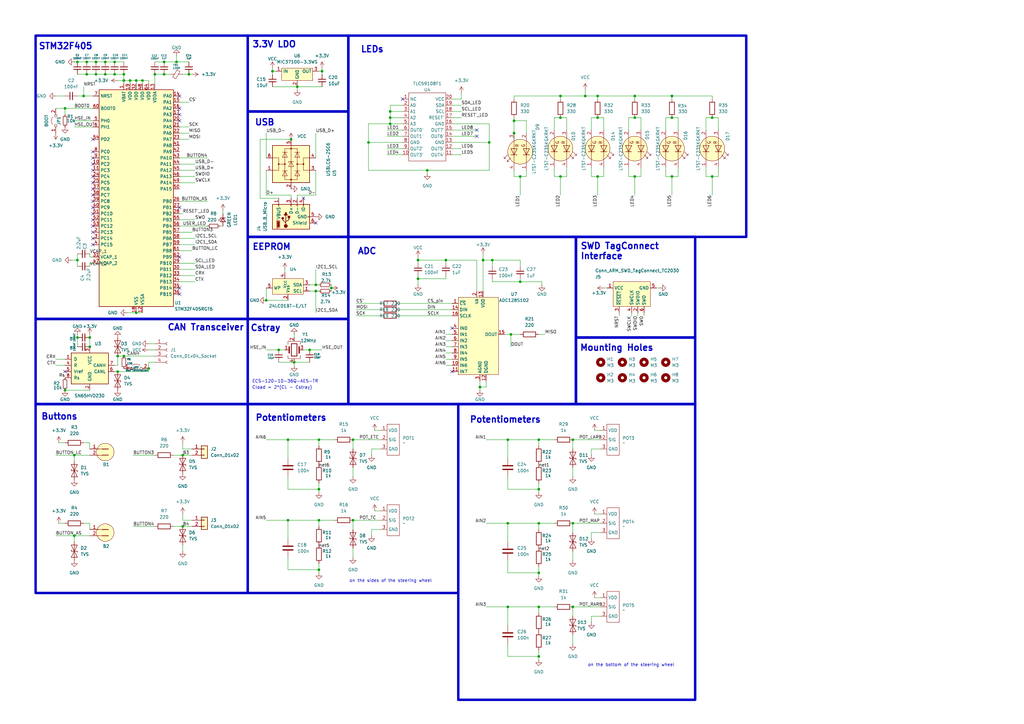
<source format=kicad_sch>
(kicad_sch (version 20231120) (generator "eeschema") (generator_version "8.0")
  (paper "A3")
  (junction (at 260.35 39.37))
  (junction (at 135.89 118.11))
  (junction (at 111.76 29.21))
  (junction (at 58.42 33.02))
  (junction (at 151.13 58.42))
  (junction (at 35.56 25.4))
  (junction (at 43.18 30.48))
  (junction (at 132.08 29.21))
  (junction (at 220.98 269.24))
  (junction (at 77.47 30.48))
  (junction (at 171.45 106.68))
  (junction (at 130.81 213.36))
  (junction (at 60.96 151.13))
  (junction (at 209.55 137.16))
  (junction (at 201.93 106.68))
  (junction (at 109.22 123.19))
  (junction (at 46.99 25.4))
  (junction (at 63.5 30.48))
  (junction (at 74.93 215.9))
  (junction (at 31.75 138.43))
  (junction (at 245.11 48.26))
  (junction (at 292.1 48.26))
  (junction (at 67.31 30.48))
  (junction (at 30.48 219.71))
  (junction (at 198.12 106.68))
  (junction (at 213.36 72.39))
  (junction (at 208.28 180.34))
  (junction (at 200.66 58.42))
  (junction (at 130.81 233.68))
  (junction (at 160.02 45.72))
  (junction (at 229.87 48.26))
  (junction (at 292.1 72.39))
  (junction (at 130.81 200.66))
  (junction (at 43.18 25.4))
  (junction (at 55.88 128.27))
  (junction (at 48.26 152.4))
  (junction (at 275.59 48.26))
  (junction (at 118.11 213.36))
  (junction (at 48.26 146.05))
  (junction (at 220.98 234.95))
  (junction (at 229.87 39.37))
  (junction (at 120.65 148.59))
  (junction (at 220.98 200.66))
  (junction (at 39.37 25.4))
  (junction (at 26.67 160.02))
  (junction (at 171.45 114.3))
  (junction (at 234.95 180.34))
  (junction (at 50.8 146.05))
  (junction (at 119.38 57.15))
  (junction (at 39.37 30.48))
  (junction (at 46.99 30.48))
  (junction (at 67.31 25.4))
  (junction (at 36.83 142.24))
  (junction (at 26.67 44.45))
  (junction (at 34.29 39.37))
  (junction (at 234.95 214.63))
  (junction (at 72.39 25.4))
  (junction (at 245.11 72.39))
  (junction (at 35.56 30.48))
  (junction (at 36.83 138.43))
  (junction (at 50.8 30.48))
  (junction (at 275.59 72.39))
  (junction (at 31.75 106.68))
  (junction (at 129.54 116.84))
  (junction (at 240.03 39.37))
  (junction (at 220.98 214.63))
  (junction (at 121.92 35.56))
  (junction (at 260.35 72.39))
  (junction (at 213.36 115.57))
  (junction (at 229.87 72.39))
  (junction (at 208.28 248.92))
  (junction (at 118.11 180.34))
  (junction (at 196.85 158.75))
  (junction (at 210.82 49.53))
  (junction (at 53.34 33.02))
  (junction (at 175.26 69.85))
  (junction (at 210.82 54.61))
  (junction (at 30.48 186.69))
  (junction (at 31.75 25.4))
  (junction (at 114.3 143.51))
  (junction (at 182.88 106.68))
  (junction (at 130.81 180.34))
  (junction (at 74.93 186.69))
  (junction (at 144.78 213.36))
  (junction (at 234.95 248.92))
  (junction (at 208.28 214.63))
  (junction (at 275.59 39.37))
  (junction (at 127 143.51))
  (junction (at 260.35 48.26))
  (junction (at 144.78 180.34))
  (junction (at 220.98 180.34))
  (junction (at 245.11 39.37))
  (junction (at 220.98 248.92))
  (junction (at 129.54 119.38))
  (junction (at 160.02 50.8))
  (junction (at 160.02 48.26))
  (junction (at 50.8 33.02))
  (junction (at 55.88 33.02))
  (no_connect (at 38.1 92.71))
  (no_connect (at 73.66 118.11))
  (no_connect (at 38.1 95.25))
  (no_connect (at 38.1 72.39))
  (no_connect (at 73.66 46.99))
  (no_connect (at 73.66 39.37))
  (no_connect (at 73.66 105.41))
  (no_connect (at 38.1 85.09))
  (no_connect (at 73.66 49.53))
  (no_connect (at 73.66 85.09))
  (no_connect (at 38.1 67.31))
  (no_connect (at 38.1 90.17))
  (no_connect (at 185.42 152.4))
  (no_connect (at 38.1 82.55))
  (no_connect (at 38.1 69.85))
  (no_connect (at 195.58 55.88))
  (no_connect (at 195.58 53.34))
  (no_connect (at 73.66 120.65))
  (no_connect (at 38.1 57.15))
  (no_connect (at 38.1 87.63))
  (no_connect (at 38.1 62.23))
  (no_connect (at 38.1 64.77))
  (no_connect (at 38.1 74.93))
  (no_connect (at 129.54 91.44))
  (no_connect (at 124.46 81.28))
  (no_connect (at 165.1 40.64))
  (no_connect (at 38.1 97.79))
  (no_connect (at 38.1 100.33))
  (no_connect (at 38.1 77.47))
  (no_connect (at 38.1 80.01))
  (no_connect (at 26.67 152.4))
  (no_connect (at 73.66 44.45))
  (no_connect (at 185.42 134.62))
  (wire (pts (xy 163.83 124.46) (xy 185.42 124.46)))
  (wire (pts (xy 262.89 48.26) (xy 262.89 53.34)))
  (wire (pts (xy 60.96 34.29) (xy 60.96 33.02)))
  (wire (pts (xy 129.54 128.27) (xy 129.54 119.38)))
  (wire (pts (xy 73.66 67.31) (xy 80.01 67.31)))
  (wire (pts (xy 130.81 198.12) (xy 130.81 200.66)))
  (wire (pts (xy 35.56 30.48) (xy 39.37 30.48)))
  (wire (pts (xy 213.36 106.68) (xy 201.93 106.68)))
  (wire (pts (xy 262.89 72.39) (xy 262.89 68.58)))
  (wire (pts (xy 36.83 137.16) (xy 36.83 138.43)))
  (wire (pts (xy 201.93 115.57) (xy 213.36 115.57)))
  (wire (pts (xy 201.93 109.22) (xy 201.93 106.68)))
  (wire (pts (xy 208.28 229.87) (xy 208.28 234.95)))
  (wire (pts (xy 60.96 151.13) (xy 60.96 152.4)))
  (wire (pts (xy 234.95 260.35) (xy 234.95 264.16)))
  (wire (pts (xy 269.24 118.11) (xy 270.51 118.11)))
  (wire (pts (xy 73.66 90.17) (xy 80.01 90.17)))
  (wire (pts (xy 234.95 248.92) (xy 234.95 252.73)))
  (wire (pts (xy 260.35 39.37) (xy 260.35 40.64)))
  (wire (pts (xy 243.84 245.11) (xy 246.38 245.11)))
  (wire (pts (xy 213.36 72.39) (xy 213.36 80.01)))
  (wire (pts (xy 74.93 184.15) (xy 78.74 184.15)))
  (wire (pts (xy 55.88 33.02) (xy 58.42 33.02)))
  (wire (pts (xy 111.76 30.48) (xy 111.76 29.21)))
  (wire (pts (xy 144.78 180.34) (xy 156.21 180.34)))
  (wire (pts (xy 35.56 25.4) (xy 39.37 25.4)))
  (wire (pts (xy 132.08 29.21) (xy 132.08 30.48)))
  (wire (pts (xy 245.11 72.39) (xy 245.11 80.01)))
  (wire (pts (xy 275.59 39.37) (xy 292.1 39.37)))
  (wire (pts (xy 30.48 186.69) (xy 36.83 186.69)))
  (wire (pts (xy 229.87 72.39) (xy 232.41 72.39)))
  (wire (pts (xy 118.11 200.66) (xy 130.81 200.66)))
  (wire (pts (xy 242.57 186.69) (xy 242.57 184.15)))
  (wire (pts (xy 135.89 118.11) (xy 137.16 118.11)))
  (wire (pts (xy 24.13 181.61) (xy 26.67 181.61)))
  (wire (pts (xy 53.34 33.02) (xy 53.34 34.29)))
  (wire (pts (xy 160.02 45.72) (xy 160.02 48.26)))
  (wire (pts (xy 129.54 110.49) (xy 129.54 116.84)))
  (wire (pts (xy 234.95 180.34) (xy 234.95 184.15)))
  (wire (pts (xy 72.39 22.86) (xy 72.39 25.4)))
  (wire (pts (xy 120.65 148.59) (xy 120.65 149.86)))
  (wire (pts (xy 242.57 68.58) (xy 242.57 72.39)))
  (wire (pts (xy 67.31 25.4) (xy 72.39 25.4)))
  (wire (pts (xy 73.66 41.91) (xy 77.47 41.91)))
  (wire (pts (xy 210.82 49.53) (xy 215.9 49.53)))
  (wire (pts (xy 275.59 39.37) (xy 275.59 40.64)))
  (wire (pts (xy 273.05 48.26) (xy 273.05 53.34)))
  (wire (pts (xy 48.26 152.4) (xy 60.96 152.4)))
  (wire (pts (xy 74.93 223.52) (xy 74.93 226.06)))
  (wire (pts (xy 50.8 33.02) (xy 53.34 33.02)))
  (wire (pts (xy 185.42 45.72) (xy 189.23 45.72)))
  (wire (pts (xy 60.96 151.13) (xy 60.96 148.59)))
  (wire (pts (xy 199.39 248.92) (xy 208.28 248.92)))
  (wire (pts (xy 198.12 104.14) (xy 198.12 106.68)))
  (wire (pts (xy 118.11 213.36) (xy 130.81 213.36)))
  (wire (pts (xy 260.35 72.39) (xy 262.89 72.39)))
  (wire (pts (xy 160.02 48.26) (xy 160.02 50.8)))
  (wire (pts (xy 160.02 43.18) (xy 160.02 45.72)))
  (wire (pts (xy 292.1 48.26) (xy 294.64 48.26)))
  (wire (pts (xy 114.3 81.28) (xy 106.68 81.28)))
  (wire (pts (xy 114.3 143.51) (xy 116.84 143.51)))
  (wire (pts (xy 245.11 48.26) (xy 247.65 48.26)))
  (wire (pts (xy 220.98 234.95) (xy 220.98 236.22)))
  (wire (pts (xy 26.67 160.02) (xy 36.83 160.02)))
  (wire (pts (xy 273.05 68.58) (xy 273.05 72.39)))
  (wire (pts (xy 130.81 180.34) (xy 137.16 180.34)))
  (wire (pts (xy 171.45 114.3) (xy 182.88 114.3)))
  (wire (pts (xy 210.82 40.64) (xy 210.82 39.37)))
  (wire (pts (xy 196.85 156.21) (xy 196.85 158.75)))
  (wire (pts (xy 229.87 48.26) (xy 232.41 48.26)))
  (wire (pts (xy 213.36 109.22) (xy 213.36 106.68)))
  (wire (pts (xy 73.66 54.61) (xy 77.47 54.61)))
  (wire (pts (xy 71.12 215.9) (xy 74.93 215.9)))
  (wire (pts (xy 74.93 215.9) (xy 78.74 215.9)))
  (wire (pts (xy 55.88 128.27) (xy 58.42 128.27)))
  (wire (pts (xy 73.66 100.33) (xy 80.01 100.33)))
  (wire (pts (xy 114.3 148.59) (xy 120.65 148.59)))
  (wire (pts (xy 130.81 213.36) (xy 137.16 213.36)))
  (wire (pts (xy 130.81 29.21) (xy 132.08 29.21)))
  (wire (pts (xy 106.68 81.28) (xy 106.68 57.15)))
  (wire (pts (xy 210.82 69.85) (xy 210.82 72.39)))
  (wire (pts (xy 292.1 48.26) (xy 289.56 48.26)))
  (wire (pts (xy 74.93 186.69) (xy 78.74 186.69)))
  (wire (pts (xy 227.33 48.26) (xy 227.33 53.34)))
  (wire (pts (xy 118.11 180.34) (xy 130.81 180.34)))
  (wire (pts (xy 247.65 48.26) (xy 247.65 53.34)))
  (wire (pts (xy 73.66 82.55) (xy 85.09 82.55)))
  (wire (pts (xy 22.86 219.71) (xy 30.48 219.71)))
  (wire (pts (xy 130.81 200.66) (xy 130.81 201.93)))
  (wire (pts (xy 234.95 248.92) (xy 246.38 248.92)))
  (wire (pts (xy 144.78 180.34) (xy 144.78 184.15)))
  (wire (pts (xy 220.98 232.41) (xy 220.98 234.95)))
  (wire (pts (xy 294.64 72.39) (xy 294.64 68.58)))
  (wire (pts (xy 118.11 180.34) (xy 118.11 187.96)))
  (wire (pts (xy 182.88 149.86) (xy 185.42 149.86)))
  (wire (pts (xy 185.42 63.5) (xy 189.23 63.5)))
  (wire (pts (xy 46.99 30.48) (xy 50.8 30.48)))
  (wire (pts (xy 220.98 200.66) (xy 220.98 201.93)))
  (wire (pts (xy 185.42 60.96) (xy 189.23 60.96)))
  (wire (pts (xy 229.87 72.39) (xy 229.87 80.01)))
  (wire (pts (xy 292.1 72.39) (xy 294.64 72.39)))
  (wire (pts (xy 232.41 72.39) (xy 232.41 68.58)))
  (wire (pts (xy 158.75 53.34) (xy 165.1 53.34)))
  (wire (pts (xy 74.93 210.82) (xy 74.93 213.36)))
  (wire (pts (xy 73.66 107.95) (xy 80.01 107.95)))
  (wire (pts (xy 215.9 72.39) (xy 215.9 69.85)))
  (wire (pts (xy 22.86 39.37) (xy 26.67 39.37)))
  (wire (pts (xy 229.87 48.26) (xy 227.33 48.26)))
  (wire (pts (xy 144.78 191.77) (xy 144.78 195.58)))
  (wire (pts (xy 31.75 25.4) (xy 35.56 25.4)))
  (wire (pts (xy 31.75 137.16) (xy 31.75 138.43)))
  (wire (pts (xy 182.88 106.68) (xy 195.58 106.68)))
  (wire (pts (xy 200.66 58.42) (xy 200.66 50.8)))
  (wire (pts (xy 198.12 106.68) (xy 198.12 119.38)))
  (wire (pts (xy 55.88 34.29) (xy 55.88 33.02)))
  (wire (pts (xy 171.45 107.95) (xy 171.45 106.68)))
  (wire (pts (xy 50.8 34.29) (xy 50.8 33.02)))
  (wire (pts (xy 118.11 195.58) (xy 118.11 200.66)))
  (wire (pts (xy 151.13 69.85) (xy 175.26 69.85)))
  (wire (pts (xy 199.39 158.75) (xy 196.85 158.75)))
  (wire (pts (xy 245.11 72.39) (xy 247.65 72.39)))
  (wire (pts (xy 91.44 92.71) (xy 90.17 92.71)))
  (wire (pts (xy 245.11 39.37) (xy 260.35 39.37)))
  (wire (pts (xy 127 143.51) (xy 124.46 143.51)))
  (wire (pts (xy 152.4 186.69) (xy 152.4 184.15)))
  (wire (pts (xy 152.4 219.71) (xy 152.4 217.17)))
  (wire (pts (xy 201.93 106.68) (xy 198.12 106.68)))
  (wire (pts (xy 106.68 57.15) (xy 119.38 57.15)))
  (wire (pts (xy 210.82 39.37) (xy 229.87 39.37)))
  (wire (pts (xy 210.82 48.26) (xy 210.82 49.53)))
  (wire (pts (xy 234.95 214.63) (xy 246.38 214.63)))
  (wire (pts (xy 243.84 176.53) (xy 246.38 176.53)))
  (wire (pts (xy 63.5 30.48) (xy 63.5 34.29)))
  (wire (pts (xy 121.92 36.83) (xy 121.92 35.56)))
  (wire (pts (xy 73.66 74.93) (xy 80.01 74.93)))
  (wire (pts (xy 30.48 186.69) (xy 30.48 189.23)))
  (wire (pts (xy 208.28 248.92) (xy 208.28 256.54)))
  (wire (pts (xy 160.02 48.26) (xy 165.1 48.26)))
  (wire (pts (xy 46.99 149.86) (xy 48.26 149.86)))
  (wire (pts (xy 29.21 106.68) (xy 31.75 106.68)))
  (wire (pts (xy 109.22 143.51) (xy 114.3 143.51)))
  (wire (pts (xy 294.64 48.26) (xy 294.64 53.34)))
  (wire (pts (xy 158.75 60.96) (xy 165.1 60.96)))
  (wire (pts (xy 199.39 214.63) (xy 208.28 214.63)))
  (wire (pts (xy 34.29 181.61) (xy 36.83 181.61)))
  (wire (pts (xy 111.76 27.94) (xy 111.76 29.21)))
  (wire (pts (xy 182.88 144.78) (xy 185.42 144.78)))
  (wire (pts (xy 63.5 25.4) (xy 67.31 25.4)))
  (wire (pts (xy 72.39 25.4) (xy 77.47 25.4)))
  (wire (pts (xy 275.59 48.26) (xy 278.13 48.26)))
  (wire (pts (xy 220.98 214.63) (xy 227.33 214.63)))
  (wire (pts (xy 185.42 43.18) (xy 189.23 43.18)))
  (wire (pts (xy 73.66 69.85) (xy 80.01 69.85)))
  (wire (pts (xy 182.88 147.32) (xy 185.42 147.32)))
  (wire (pts (xy 109.22 180.34) (xy 118.11 180.34)))
  (wire (pts (xy 220.98 248.92) (xy 220.98 251.46)))
  (wire (pts (xy 118.11 213.36) (xy 118.11 220.98)))
  (wire (pts (xy 158.75 63.5) (xy 165.1 63.5)))
  (wire (pts (xy 175.26 69.85) (xy 200.66 69.85)))
  (wire (pts (xy 234.95 191.77) (xy 234.95 195.58)))
  (wire (pts (xy 152.4 217.17) (xy 156.21 217.17)))
  (wire (pts (xy 160.02 50.8) (xy 151.13 50.8)))
  (wire (pts (xy 109.22 80.01) (xy 119.38 80.01)))
  (wire (pts (xy 130.81 213.36) (xy 130.81 215.9)))
  (wire (pts (xy 109.22 118.11) (xy 109.22 123.19)))
  (wire (pts (xy 30.48 25.4) (xy 31.75 25.4)))
  (wire (pts (xy 260.35 39.37) (xy 275.59 39.37)))
  (wire (pts (xy 158.75 55.88) (xy 165.1 55.88)))
  (wire (pts (xy 189.23 40.64) (xy 189.23 38.1)))
  (wire (pts (xy 36.83 181.61) (xy 36.83 184.15)))
  (wire (pts (xy 232.41 48.26) (xy 232.41 53.34)))
  (wire (pts (xy 50.8 146.05) (xy 63.5 146.05)))
  (wire (pts (xy 196.85 158.75) (xy 196.85 160.02)))
  (wire (pts (xy 220.98 198.12) (xy 220.98 200.66)))
  (wire (pts (xy 22.86 44.45) (xy 26.67 44.45)))
  (wire (pts (xy 73.66 57.15) (xy 77.47 57.15)))
  (wire (pts (xy 220.98 180.34) (xy 220.98 182.88)))
  (wire (pts (xy 73.66 113.03) (xy 80.01 113.03)))
  (wire (pts (xy 109.22 123.19) (xy 118.11 123.19)))
  (wire (pts (xy 257.81 48.26) (xy 257.81 53.34)))
  (wire (pts (xy 259.08 129.54) (xy 259.08 128.27)))
  (wire (pts (xy 242.57 218.44) (xy 246.38 218.44)))
  (wire (pts (xy 275.59 48.26) (xy 273.05 48.26)))
  (wire (pts (xy 109.22 54.61) (xy 109.22 64.77)))
  (wire (pts (xy 34.29 35.56) (xy 34.29 39.37)))
  (wire (pts (xy 165.1 43.18) (xy 160.02 43.18)))
  (wire (pts (xy 73.66 110.49) (xy 80.01 110.49)))
  (wire (pts (xy 195.58 119.38) (xy 195.58 106.68)))
  (wire (pts (xy 260.35 48.26) (xy 262.89 48.26)))
  (wire (pts (xy 245.11 48.26) (xy 242.57 48.26)))
  (wire (pts (xy 60.96 148.59) (xy 63.5 148.59)))
  (wire (pts (xy 153.67 209.55) (xy 156.21 209.55)))
  (wire (pts (xy 71.12 186.69) (xy 74.93 186.69)))
  (wire (pts (xy 242.57 252.73) (xy 246.38 252.73)))
  (wire (pts (xy 247.65 72.39) (xy 247.65 68.58)))
  (wire (pts (xy 182.88 113.03) (xy 182.88 114.3)))
  (wire (pts (xy 129.54 54.61) (xy 129.54 64.77)))
  (wire (pts (xy 30.48 219.71) (xy 30.48 222.25)))
  (wire (pts (xy 31.75 39.37) (xy 34.29 39.37)))
  (wire (pts (xy 199.39 180.34) (xy 208.28 180.34)))
  (wire (pts (xy 109.22 213.36) (xy 118.11 213.36)))
  (wire (pts (xy 209.55 137.16) (xy 209.55 142.24)))
  (wire (pts (xy 260.35 72.39) (xy 260.35 80.01)))
  (wire (pts (xy 46.99 25.4) (xy 50.8 25.4)))
  (wire (pts (xy 73.66 52.07) (xy 77.47 52.07)))
  (wire (pts (xy 39.37 25.4) (xy 43.18 25.4)))
  (wire (pts (xy 73.66 97.79) (xy 80.01 97.79)))
  (wire (pts (xy 73.66 87.63) (xy 74.93 87.63)))
  (wire (pts (xy 77.47 30.48) (xy 78.74 30.48)))
  (wire (pts (xy 129.54 80.01) (xy 129.54 69.85)))
  (wire (pts (xy 220.98 180.34) (xy 227.33 180.34)))
  (wire (pts (xy 242.57 48.26) (xy 242.57 53.34)))
  (wire (pts (xy 135.89 116.84) (xy 135.89 118.11)))
  (wire (pts (xy 146.05 124.46) (xy 156.21 124.46)))
  (wire (pts (xy 208.28 248.92) (xy 220.98 248.92)))
  (wire (pts (xy 243.84 210.82) (xy 246.38 210.82)))
  (wire (pts (xy 43.18 25.4) (xy 46.99 25.4)))
  (wire (pts (xy 242.57 255.27) (xy 242.57 252.73)))
  (wire (pts (xy 234.95 214.63) (xy 234.95 218.44)))
  (wire (pts (xy 185.42 58.42) (xy 200.66 58.42)))
  (wire (pts (xy 91.44 86.36) (xy 91.44 87.63)))
  (wire (pts (xy 208.28 234.95) (xy 220.98 234.95)))
  (wire (pts (xy 215.9 49.53) (xy 215.9 54.61)))
  (wire (pts (xy 208.28 180.34) (xy 208.28 187.96)))
  (wire (pts (xy 109.22 69.85) (xy 109.22 80.01)))
  (wire (pts (xy 208.28 195.58) (xy 208.28 200.66)))
  (wire (pts (xy 151.13 50.8) (xy 151.13 58.42)))
  (wire (pts (xy 39.37 30.48) (xy 43.18 30.48)))
  (wire (pts (xy 200.66 69.85) (xy 200.66 58.42)))
  (wire (pts (xy 31.75 106.68) (xy 31.75 109.22)))
  (wire (pts (xy 52.07 128.27) (xy 55.88 128.27)))
  (wire (pts (xy 73.66 72.39) (xy 80.01 72.39)))
  (wire (pts (xy 22.86 147.32) (xy 26.67 147.32)))
  (wire (pts (xy 240.03 39.37) (xy 245.11 39.37)))
  (wire (pts (xy 43.18 30.48) (xy 46.99 30.48)))
  (wire (pts (xy 234.95 226.06) (xy 234.95 229.87)))
  (wire (pts (xy 60.96 140.97) (xy 63.5 140.97)))
  (wire (pts (xy 257.81 72.39) (xy 260.35 72.39)))
  (wire (pts (xy 54.61 186.69) (xy 63.5 186.69)))
  (wire (pts (xy 144.78 224.79) (xy 144.78 228.6)))
  (wire (pts (xy 135.89 118.11) (xy 135.89 119.38)))
  (wire (pts (xy 34.29 39.37) (xy 38.1 39.37)))
  (wire (pts (xy 54.61 215.9) (xy 63.5 215.9)))
  (wire (pts (xy 182.88 139.7) (xy 185.42 139.7)))
  (wire (pts (xy 24.13 214.63) (xy 26.67 214.63)))
  (wire (pts (xy 121.92 80.01) (xy 129.54 80.01)))
  (wire (pts (xy 160.02 45.72) (xy 165.1 45.72)))
  (wire (pts (xy 144.78 213.36) (xy 156.21 213.36)))
  (wire (pts (xy 234.95 180.34) (xy 246.38 180.34)))
  (wire (pts (xy 48.26 149.86) (xy 48.26 146.05)))
  (wire (pts (xy 273.05 72.39) (xy 275.59 72.39)))
  (wire (pts (xy 67.31 30.48) (xy 69.85 30.48)))
  (wire (pts (xy 182.88 106.68) (xy 171.45 106.68)))
  (wire (pts (xy 129.54 119.38) (xy 127 119.38)))
  (wire (pts (xy 130.81 180.34) (xy 130.81 182.88)))
  (wire (pts (xy 207.01 137.16) (xy 209.55 137.16)))
  (wire (pts (xy 132.08 27.94) (xy 132.08 29.21)))
  (wire (pts (xy 121.92 35.56) (xy 132.08 35.56)))
  (wire (pts (xy 36.83 104.14) (xy 36.83 105.41)))
  (wire (pts (xy 227.33 72.39) (xy 229.87 72.39)))
  (wire (pts (xy 185.42 48.26) (xy 189.23 48.26)))
  (wire (pts (xy 210.82 49.53) (xy 210.82 54.61)))
  (wire (pts (xy 275.59 72.39) (xy 278.13 72.39)))
  (wire (pts (xy 129.54 116.84) (xy 130.81 116.84)))
  (wire (pts (xy 146.05 127) (xy 156.21 127)))
  (wire (pts (xy 120.65 137.16) (xy 120.65 138.43)))
  (wire (pts (xy 151.13 58.42) (xy 151.13 69.85)))
  (wire (pts (xy 129.54 116.84) (xy 127 116.84)))
  (wire (pts (xy 175.26 69.85) (xy 175.26 71.12)))
  (wire (pts (xy 30.48 52.07) (xy 38.1 52.07)))
  (wire (pts (xy 165.1 50.8) (xy 160.02 50.8)))
  (wire (pts (xy 245.11 39.37) (xy 245.11 40.64)))
  (wire (pts (xy 163.83 129.54) (xy 185.42 129.54)))
  (wire (pts (xy 74.93 213.36) (xy 78.74 213.36)))
  (wire (pts (xy 222.25 115.57) (xy 222.25 116.84)))
  (wire (pts (xy 208.28 200.66) (xy 220.98 200.66)))
  (wire (pts (xy 210.82 54.61) (xy 210.82 57.15)))
  (wire (pts (xy 264.16 129.54) (xy 264.16 128.27)))
  (wire (pts (xy 242.57 72.39) (xy 245.11 72.39)))
  (wire (pts (xy 229.87 39.37) (xy 240.03 39.37)))
  (wire (pts (xy 74.93 30.48) (xy 77.47 30.48)))
  (wire (pts (xy 48.26 146.05) (xy 50.8 146.05)))
  (wire (pts (xy 289.56 68.58) (xy 289.56 72.39)))
  (wire (pts (xy 46.99 152.4) (xy 48.26 152.4)))
  (wire (pts (xy 31.75 104.14) (xy 31.75 106.68)))
  (wire (pts (xy 185.42 55.88) (xy 195.58 55.88)))
  (wire (pts (xy 171.45 113.03) (xy 171.45 114.3)))
  (wire (pts (xy 182.88 142.24) (xy 185.42 142.24)))
  (wire (pts (xy 120.65 148.59) (xy 127 148.59)))
  (wire (pts (xy 275.59 72.39) (xy 275.59 80.01)))
  (wire (pts (xy 220.98 269.24) (xy 220.98 270.51)))
  (wire (pts (xy 208.28 214.63) (xy 220.98 214.63)))
  (wire (pts (xy 58.42 34.29) (xy 58.42 33.02)))
  (wire (pts (xy 242.57 184.15) (xy 246.38 184.15)))
  (wire (pts (xy 278.13 48.26) (xy 278.13 53.34)))
  (wire (pts (xy 36.83 138.43) (xy 36.83 142.24)))
  (wire (pts (xy 48.26 33.02) (xy 50.8 33.02)))
  (wire (pts (xy 240.03 36.83) (xy 240.03 39.37)))
  (wire (pts (xy 30.48 49.53) (xy 38.1 49.53)))
  (wire (pts (xy 73.66 115.57) (xy 80.01 115.57)))
  (wire (pts (xy 208.28 269.24) (xy 220.98 269.24)))
  (wire (pts (xy 213.36 114.3) (xy 213.36 115.57)))
  (wire (pts (xy 26.67 46.99) (xy 26.67 44.45)))
  (wire (pts (xy 119.38 80.01) (xy 119.38 81.28)))
  (wire (pts (xy 30.48 219.71) (xy 36.83 219.71)))
  (wire (pts (xy 31.75 138.43) (xy 31.75 142.24)))
  (wire (pts (xy 171.45 106.68) (xy 171.45 105.41)))
  (wire (pts (xy 220.98 137.16) (xy 223.52 137.16)))
  (wire (pts (xy 31.75 30.48) (xy 35.56 30.48)))
  (wire (pts (xy 50.8 30.48) (xy 50.8 33.02)))
  (wire (pts (xy 163.83 127) (xy 185.42 127)))
  (wire (pts (xy 200.66 50.8) (xy 185.42 50.8)))
  (wire (pts (xy 278.13 72.39) (xy 278.13 68.58)))
  (wire (pts (xy 130.81 231.14) (xy 130.81 233.68)))
  (wire (pts (xy 210.82 72.39) (xy 213.36 72.39)))
  (wire (pts (xy 111.76 29.21) (xy 113.03 29.21)))
  (wire (pts (xy 116.84 110.49) (xy 116.84 111.76)))
  (wire (pts (xy 111.76 35.56) (xy 121.92 35.56)))
  (wire (pts (xy 63.5 30.48) (xy 67.31 30.48)))
  (wire (pts (xy 22.86 149.86) (xy 26.67 149.86)))
  (wire (pts (xy 36.83 217.17) (xy 36.83 214.63)))
  (wire (pts (xy 213.36 72.39) (xy 215.9 72.39)))
  (wire (pts (xy 152.4 184.15) (xy 156.21 184.15)))
  (wire (pts (xy 36.83 109.22) (xy 36.83 107.95)))
  (wire (pts (xy 261.62 129.54) (xy 261.62 128.27)))
  (wire (pts (xy 73.66 92.71) (xy 85.09 92.71)))
  (wire (pts (xy 146.05 129.54) (xy 156.21 129.54)))
  (wire (pts (xy 118.11 233.68) (xy 130.81 233.68)))
  (wire (pts (xy 242.57 220.98) (xy 242.57 218.44)))
  (wire (pts (xy 289.56 72.39) (xy 292.1 72.39)))
  (wire (pts (xy 144.78 213.36) (xy 144.78 217.17)))
  (wire (pts (xy 182.88 106.68) (xy 182.88 107.95)))
  (wire (pts (xy 121.92 81.28) (xy 121.92 80.01)))
  (wire (pts (xy 289.56 48.26) (xy 289.56 53.34)))
  (wire (pts (xy 208.28 214.63) (xy 208.28 222.25)))
  (wire (pts (xy 153.67 176.53) (xy 156.21 176.53)))
  (wire (pts (xy 292.1 72.39) (xy 292.1 80.01)))
  (wire (pts (xy 208.28 180.34) (xy 220.98 180.34)))
  (wire (pts (xy 199.39 156.21) (xy 199.39 158.75)))
  (wire (pts (xy 209.55 137.16) (xy 213.36 137.16)))
  (wire (pts (xy 73.66 64.77) (xy 85.09 64.77)))
  (wire (pts (xy 171.45 114.3) (xy 171.45 116.84)))
  (wire (pts (xy 227.33 68.58) (xy 227.33 72.39)))
  (wire (pts (xy 22.86 186.69) (xy 30.48 186.69)))
  (wire (pts (xy 182.88 137.16) (xy 185.42 137.16)))
  (wire (pts (xy 26.67 44.45) (xy 38.1 44.45)))
  (wire (pts (xy 220.98 266.7) (xy 220.98 269.24)))
  (wire (pts (xy 260.35 48.26) (xy 257.81 48.26)))
  (wire (pts (xy 254 129.54) (xy 254 128.27)))
  (wire (pts (xy 127 143.51) (xy 132.08 143.51)))
  (wire (pts (xy 220.98 248.92) (xy 227.33 248.92)))
  (wire (pts (xy 229.87 39.37) (xy 229.87 40.64)))
  (wire (pts (xy 73.66 95.25) (xy 78.74 95.25)))
  (wire (pts (xy 36.83 107.95) (xy 38.1 107.95)))
  (wire (pts (xy 118.11 228.6) (xy 118.11 233.68)))
  (wire (pts (xy 129.54 119.38) (xy 130.81 119.38)))
  (wire (pts (xy 213.36 115.57) (xy 222.25 115.57)))
  (wire (pts (xy 185.42 53.34) (xy 195.58 53.34)))
  (wire (pts (xy 36.83 105.41) (xy 38.1 105.41)))
  (wire (pts (xy 60.96 143.51) (xy 63.5 143.51)))
  (wire (pts (xy 130.81 233.68) (xy 130.81 234.95)))
  (wire (pts (xy 74.93 181.61) (xy 74.93 184.15)))
  (wire (pts (xy 55.88 33.02) (xy 53.34 33.02)))
  (wire (pts (xy 247.65 118.11) (xy 248.92 118.11)))
  (wire (pts (xy 73.66 102.87) (xy 78.74 102.87)))
  (wire (pts (xy 201.93 114.3) (xy 201.93 115.57)))
  (wire (pts (xy 151.13 58.42) (xy 165.1 58.42)))
  (wire (pts (xy 185.42 40.64) (xy 189.23 40.64)))
  (wire (pts (xy 208.28 264.16) (xy 208.28 269.24)))
  (wire (pts (xy 60.96 33.02) (xy 58.42 33.02)))
  (wire (pts (xy 220.98 214.63) (xy 220.98 217.17)))
  (wire (pts (xy 257.81 68.58) (xy 257.81 72.39)))
  (wire (pts (xy 34.29 214.63) (xy 36.83 214.63)))
  (wire (pts (xy 292.1 39.37) (xy 292.1 40.64)))
  (rectangle (start 101.6 130.81) (end 142.875 165.735) (stroke (width 1)))
  (rectangle (start 142.875 97.155) (end 236.22 165.735) (stroke (width 1)))
  (rectangle (start 14.605 14.605) (end 101.6 130.81) (stroke (width 1)))
  (rectangle (start 101.6 14.605) (end 142.875 45.72) (stroke (width 1)))
  (rectangle (start 236.22 97.155) (end 285.115 138.43) (stroke (width 1)))
  (rectangle (start 236.22 138.43) (end 285.115 165.735) (stroke (width 1)))
  (rectangle (start 142.875 14.605) (end 306.07 97.155) (stroke (width 1)))
  (rectangle (start 101.6 165.735) (end 187.96 243.205) (stroke (width 1)))
  (rectangle (start 14.605 165.735) (end 101.6 243.205) (stroke (width 1)))
  (rectangle (start 101.6 45.72) (end 142.875 97.155) (stroke (width 1)))
  (rectangle (start 187.96 165.735) (end 285.115 287.02) (stroke (width 1)))
  (rectangle (start 14.605 130.81) (end 101.6 165.735) (stroke (width 1)))
  (rectangle (start 101.6 97.155) (end 142.875 130.81) (stroke (width 1)))
  (text "Cstray" (at 102.616 136.144 0) (effects (font (size 2.56 2.56) (thickness 0.512) (bold yes)) (justify left bottom)))
  (text "CAN Transceiver" (at 68.58 135.89 0) (effects (font (size 2.56 2.56) (thickness 0.512) (bold yes)) (justify left bottom)))
  (text "Buttons" (at 16.764 172.466 0) (effects (font (size 2.56 2.56) (thickness 0.512) (bold yes)) (justify left bottom)))
  (text "STM32F405" (at 15.748 20.574 0) (effects (font (size 2.56 2.56) (thickness 0.512) (bold yes)) (justify left bottom)))
  (text "on the bottom of the steering wheel" (at 241.046 273.558 0) (effects (font (size 1.27 1.27)) (justify left bottom)))
  (text "Mounting Holes" (at 237.744 144.272 0) (effects (font (size 2.56 2.56) (thickness 0.512) (bold yes)) (justify left bottom)))
  (text "Potentiometers" (at 104.648 172.974 0) (effects (font (size 2.56 2.56) (thickness 0.512) (bold yes)) (justify left bottom)))
  (text "SWD TagConnect\nInterface" (at 237.998 106.68 0) (effects (font (size 2.56 2.56) (thickness 0.512) (bold yes)) (justify left bottom)))
  (text "USB" (at 104.394 51.816 0) (effects (font (size 2.56 2.56) (thickness 0.512) (bold yes)) (justify left bottom)))
  (text "ADC" (at 146.558 104.648 0) (effects (font (size 2.56 2.56) (thickness 0.512) (bold yes)) (justify left bottom)))
  (text "Potentiometers" (at 192.532 173.736 0) (effects (font (size 2.56 2.56) (thickness 0.512) (bold yes)) (justify left bottom)))
  (text "LEDs" (at 147.828 21.844 0) (effects (font (size 2.56 2.56) (thickness 0.512) (bold yes)) (justify left bottom)))
  (text "on the sides of the steering wheel" (at 143.256 239.014 0) (effects (font (size 1.27 1.27)) (justify left bottom)))
  (text "3.3V LDO" (at 103.378 19.812 0) (effects (font (size 2.56 2.56) (thickness 0.512) (bold yes)) (justify left bottom)))
  (text "Cload = 2*(CL - Cstray)" (at 103.378 159.766 0) (effects (font (size 1.27 1.27)) (justify left bottom)))
  (text "EEPROM" (at 103.378 102.87 0) (effects (font (size 2.56 2.56) (thickness 0.512) (bold yes)) (justify left bottom)))
  (text "ECS-120-10-36Q-AES-TR" (at 103.378 157.226 0) (effects (font (size 1.27 1.27)) (justify left bottom)))
  (label "BUTTON4" (at 54.61 215.9 0))
  (label "I2C1_SDA" (at 80.01 100.33 0))
  (label "SDA_LED" (at 189.23 43.18 0))
  (label "BUTTON3" (at 54.61 186.69 0))
  (label "AIN2" (at 182.88 139.7 180))
  (label "POT_MAP" (at 237.49 214.63 0))
  (label "CRX" (at 80.01 113.03 0))
  (label "LED6" (at 189.23 60.96 0))
  (label "LED2" (at 229.87 80.01 270))
  (label "CANH" (at 52.07 146.05 0))
  (label "SWDIO" (at 80.01 72.39 0))
  (label "net5" (at 130.81 224.79 0))
  (label "LED8" (at 189.23 53.34 0))
  (label "LED4" (at 158.75 63.5 0))
  (label "HSE_IN" (at 30.48 49.53 0))
  (label "USB_D-" (at 80.01 67.31 0))
  (label "MISO" (at 77.47 54.61 0))
  (label "NRST" (at 34.29 35.56 0))
  (label "BUTTON_LC" (at 78.74 102.87 0))
  (label "BUTTON_LC" (at 22.86 186.69 0))
  (label "MISO" (at 223.52 137.16 0))
  (label "AIN6" (at 182.88 149.86 180))
  (label "LED7" (at 189.23 55.88 0))
  (label "USB_D+" (at 129.54 54.61 0))
  (label "AIN5" (at 182.88 147.32 180))
  (label "CTX" (at 22.86 149.86 180))
  (label "CS'" (at 146.05 124.46 0))
  (label "NRST" (at 254 129.54 270))
  (label "AIN3" (at 199.39 248.92 180))
  (label "I2C1_SCL" (at 80.01 97.79 0))
  (label "LED3" (at 158.75 60.96 0))
  (label "MOSI" (at 146.05 127 0))
  (label "DIN" (at 175.26 127 0))
  (label "USER_LED" (at 74.93 92.71 0))
  (label "LED4" (at 260.35 80.01 270))
  (label "LED3" (at 245.11 80.01 270))
  (label "AIN1" (at 199.39 180.34 180))
  (label "LED1" (at 213.36 80.01 270))
  (label "AIN3" (at 182.88 142.24 180))
  (label "BUTTON_AS" (at 85.09 82.55 180))
  (label "POT_LARB" (at 237.49 180.34 0))
  (label "HSE_IN" (at 109.22 143.51 180))
  (label "LED6" (at 292.1 80.01 270))
  (label "LED1" (at 158.75 53.34 0))
  (label "CTX" (at 80.01 115.57 0))
  (label "MOSI" (at 77.47 57.15 0))
  (label "HSE_OUT" (at 132.08 143.51 0))
  (label "B3" (at 74.93 186.69 0))
  (label "SWDIO" (at 261.62 129.54 270))
  (label "SDA_LED" (at 80.01 110.49 0))
  (label "D+" (at 109.22 80.01 0))
  (label "RESET'_LED" (at 189.23 48.26 0))
  (label "LED5" (at 189.23 63.5 0))
  (label "I2C1_SDA" (at 129.54 128.27 0))
  (label "net6" (at 130.81 191.77 0))
  (label "SWO" (at 264.16 129.54 270))
  (label "AIN6" (at 109.22 180.34 180))
  (label "CS'" (at 77.47 41.91 0))
  (label "I2C1_SCL" (at 129.54 110.49 0))
  (label "SCK" (at 77.47 52.07 0))
  (label "net2" (at 220.98 226.06 0))
  (label "USB_D+" (at 80.01 69.85 0))
  (label "VCAP_1" (at 36.83 104.14 0))
  (label "SCL_LED" (at 80.01 107.95 0))
  (label "VCAP_2" (at 36.83 109.22 0))
  (label "CRX" (at 22.86 147.32 180))
  (label "BOOT0" (at 30.48 44.45 0))
  (label "D-" (at 129.54 80.01 180))
  (label "SCL_LED" (at 189.23 45.72 0))
  (label "BUTTON4" (at 85.09 64.77 180))
  (label "POT_TC" (at 147.32 213.36 0))
  (label "USB_D-" (at 109.22 54.61 0))
  (label "SWCLK" (at 80.01 74.93 0))
  (label "SWCLK" (at 259.08 129.54 270))
  (label "net1" (at 220.98 191.77 0))
  (label "SCLK" (at 175.26 129.54 0))
  (label "AIN2" (at 199.39 214.63 180))
  (label "SWO" (at 80.01 90.17 0))
  (label "LED5" (at 275.59 80.01 270))
  (label "BUTTON_AS" (at 22.86 219.71 0))
  (label "CS_pin" (at 175.26 124.46 0))
  (label "HSE_OUT" (at 30.48 52.07 0))
  (label "AIN1" (at 182.88 137.16 180))
  (label "B4" (at 74.93 215.9 0))
  (label "AIN4" (at 182.88 144.78 180))
  (label "CANL" (at 52.07 152.4 0))
  (label "Rs" (at 26.67 154.94 180))
  (label "SCK" (at 146.05 129.54 0))
  (label "DOUT" (at 209.55 142.24 0))
  (label "LED2" (at 158.75 55.88 0))
  (label "POT_ETC" (at 147.32 180.34 0))
  (label "RESET'_LED" (at 74.93 87.63 0))
  (label "POT_RARB" (at 237.49 248.92 0))
  (label "BUTTON3" (at 78.74 95.25 0))
  (label "AIN5" (at 109.22 213.36 180))
  (symbol (lib_id "Device:R") (at 231.14 248.92 90) (unit 1)
    (property "Reference" "R31" (at 231.14 242.57 90))
    (property "Value" "1k" (at 231.14 245.11 90))
    (property "Footprint" "Resistor_SMD:R_0603_1608Metric" (effects (hide yes)))
    (property "Description" "Resistor" (effects (hide yes)))
  )
  (symbol (lib_id "power:+5VA") (at 171.45 105.41 0) (unit 1)
    (property "Reference" "#PWR047" (effects (hide yes)))
    (property "Value" "VCC" (at 171.45 101.6 0))
  )
  (symbol (lib_id "Device:C") (at 208.28 191.77 0) (unit 1)
    (property "Reference" "C24" (at 212.09 190.4999 0) (effects (justify left)))
    (property "Value" "100n" (at 212.09 193.0399 0) (effects (justify left)))
    (property "Footprint" "Capacitor_SMD:C_0402_1005Metric" (effects (hide yes)))
    (property "Description" "Unpolarized capacitor" (effects (hide yes)))
  )
  (symbol (lib_id "Device:R") (at 220.98 220.98 0) (unit 1)
    (property "Reference" "R24" (at 224.282 219.71 0))
    (property "Value" "1k" (at 224.79 221.742 0))
    (property "Footprint" "Resistor_SMD:R_0603_1608Metric" (effects (hide yes)))
    (property "Description" "Resistor" (effects (hide yes)))
  )
  (symbol (lib_id "power:GND") (at 220.98 270.51 0) (unit 1)
    (property "Reference" "#PWR055" (effects (hide yes)))
    (property "Value" "GND" (at 220.98 275.59 0))
    (property "Description" "Power symbol creates a global label with name \"GND\" , ground" (effects (hide yes)))
  )
  (symbol (lib_id "power:GND") (at 220.98 201.93 0) (unit 1)
    (property "Reference" "#PWR053" (effects (hide yes)))
    (property "Value" "GND" (at 220.98 207.01 0))
    (property "Description" "Power symbol creates a global label with name \"GND\" , ground" (effects (hide yes)))
  )
  (symbol (lib_id "power:GND") (at 234.95 229.87 0) (unit 1)
    (property "Reference" "#PWR058" (effects (hide yes)))
    (property "Value" "GND" (at 234.95 234.95 0))
    (property "Description" "Power symbol creates a global label with name \"GND\" , ground" (effects (hide yes)))
  )
  (symbol (lib_id "Device:R") (at 231.14 180.34 90) (unit 1)
    (property "Reference" "R29" (at 231.14 173.99 90))
    (property "Value" "1k" (at 231.14 176.53 90))
    (property "Footprint" "Resistor_SMD:R_0603_1608Metric" (effects (hide yes)))
    (property "Description" "Resistor" (effects (hide yes)))
  )
  (symbol (lib_id "Device:C_Small") (at 43.18 27.94 0) (unit 1)
    (property "Reference" "C9" (at 42.418 22.606 0) (effects (font (size 0.75 0.75)) (justify left)))
    (property "Value" "100nF" (at 41.402 23.876 0) (effects (font (size 0.75 0.75)) (justify left)))
    (property "Footprint" "Capacitor_SMD:C_0402_1005Metric" (effects (hide yes)))
  )
  (symbol (lib_id "power:GND") (at 121.92 36.83 0) (unit 1)
    (property "Reference" "#PWR035" (effects (hide yes)))
    (property "Value" "GND" (at 121.92 41.91 0))
    (property "Description" "Power symbol creates a global label with name \"GND\" , ground" (effects (hide yes)))
  )
  (symbol (lib_id "power:GND") (at 22.86 39.37 270) (unit 1)
    (property "Reference" "#PWR010" (effects (hide yes)))
    (property "Value" "GND" (at 19.05 39.3699 90) (effects (justify right)))
    (property "Description" "Power symbol creates a global label with name \"GND\" , ground" (effects (hide yes)))
  )
  (symbol (lib_name "VCC_6") (lib_id "power:VCC") (at 243.84 210.82 0) (unit 1)
    (property "Reference" "#PWR065" (effects (hide yes)))
    (property "Value" "VCC" (at 243.84 205.74 0))
    (property "Description" "Power symbol creates a global label with name \"VCC\"" (effects (hide yes)))
  )
  (symbol (lib_id "power:GND") (at 30.48 25.4 270) (unit 1)
    (property "Reference" "#PWR07" (effects (hide yes)))
    (property "Value" "GND" (at 26.67 25.3999 90) (effects (justify right)))
    (property "Description" "Power symbol creates a global label with name \"GND\" , ground" (effects (hide yes)))
  )
  (symbol (lib_id "lib:TI_ADC128S102") (at 196.85 123.19 0) (unit 1)
    (property "Reference" "U7" (at 210.82 120.65 0))
    (property "Value" "ADC128S102" (at 210.82 123.19 0))
    (property "Footprint" "Package_SO:TSSOP-16_4.4x5mm_P0.65mm" (effects (hide yes)))
  )
  (symbol (lib_id "Device:R_Small") (at 133.35 116.84 90) (unit 1)
    (property "Reference" "R13" (at 135.89 112.522 90) (effects (justify left)))
    (property "Value" "2.7k" (at 135.89 115.062 90) (effects (justify left)))
    (property "Footprint" "Resistor_SMD:R_0603_1608Metric" (effects (hide yes)))
  )
  (symbol (lib_id "Device:R_Small") (at 26.67 49.53 0) (mirror x) (unit 1)
    (property "Reference" "R1" (at 30.226 47.752 0) (effects (justify right)))
    (property "Value" "10k" (at 30.988 49.53 0) (effects (justify right)))
    (property "Footprint" "Resistor_SMD:R_0805_2012Metric" (effects (hide yes)))
  )
  (symbol (lib_id "Diode:SD05_SOD323") (at 48.26 156.21 90) (unit 1)
    (property "Reference" "D4" (at 50.8 154.94 90) (effects (justify right)))
    (property "Value" "TVS" (at 50.8 157.48 90) (effects (justify right)))
    (property "Footprint" "Library:SOD-123FL" (effects (hide yes)))
  )
  (symbol (lib_id "Device:C") (at 208.28 260.35 0) (unit 1)
    (property "Reference" "C26" (at 212.09 259.0799 0) (effects (justify left)))
    (property "Value" "100n" (at 212.09 261.6199 0) (effects (justify left)))
    (property "Footprint" "Capacitor_SMD:C_0402_1005Metric" (effects (hide yes)))
    (property "Description" "Unpolarized capacitor" (effects (hide yes)))
  )
  (symbol (lib_id "Library:MIC37100-3.3WS") (at 121.92 25.4 0) (unit 1)
    (property "Reference" "U6" (at 121.92 22.86 0))
    (property "Value" "MIC37100-3.3WS" (at 121.92 25.4 0))
    (property "Footprint" "Package_TO_SOT_SMD:SOT-223-3_TabPin2" (effects (hide yes)))
  )
  (symbol (lib_id "power:GND") (at 242.57 255.27 0) (unit 1)
    (property "Reference" "#PWR063" (effects (hide yes)))
    (property "Value" "GND" (at 242.57 260.35 0))
    (property "Description" "Power symbol creates a global label with name \"GND\" , ground" (effects (hide yes)))
  )
  (symbol (lib_id "Device:C_Small") (at 29.21 39.37 90) (unit 1)
    (property "Reference" "C2" (at 29.2163 33.02 90))
    (property "Value" "100nF" (at 29.2163 35.56 90))
    (property "Footprint" "Capacitor_SMD:C_0402_1005Metric" (effects (hide yes)))
  )
  (symbol (lib_id "Diode:SD05_SOD323") (at 74.93 190.5 90) (unit 1)
    (property "Reference" "D5" (at 77.47 189.23 90) (effects (justify right)))
    (property "Value" "TVS" (at 77.47 191.77 90) (effects (justify right)))
    (property "Footprint" "Diode_SMD:D_SOD-323" (effects (hide yes)))
  )
  (symbol (lib_id "Device:R") (at 130.81 219.71 0) (unit 1)
    (property "Reference" "R11" (at 134.112 218.44 0))
    (property "Value" "1k" (at 134.62 220.472 0))
    (property "Footprint" "Resistor_SMD:R_0603_1608Metric" (effects (hide yes)))
    (property "Description" "Resistor" (effects (hide yes)))
  )
  (symbol (lib_id "power:+3.3V") (at 132.08 27.94 0) (unit 1)
    (property "Reference" "#PWR039" (effects (hide yes)))
    (property "Value" "+3.3V" (at 132.08 22.86 0))
  )
  (symbol (lib_id "Device:C_Small") (at 77.47 27.94 0) (unit 1)
    (property "Reference" "C14" (at 76.2 22.7393 0) (effects (font (size 0.75 0.75)) (justify left)))
    (property "Value" "1uF" (at 76.454 23.876 0) (effects (font (size 0.75 0.75)) (justify left)))
    (property "Footprint" "Capacitor_SMD:C_0603_1608Metric" (effects (hide yes)))
  )
  (symbol (lib_id "Device:LED_Small") (at 91.44 90.17 90) (mirror x) (unit 1)
    (property "Reference" "LED1" (at 96.52 90.17 0))
    (property "Value" "GREEN" (at 93.98 90.17 0))
    (property "Footprint" "LED_SMD:LED_0805_2012Metric" (effects (hide yes)))
  )
  (symbol (lib_id "power:GND") (at 196.85 160.02 0) (unit 1)
    (property "Reference" "#PWR051" (effects (hide yes)))
    (property "Value" "GND" (at 196.85 163.83 0))
  )
  (symbol (lib_id "power:GND") (at 26.67 52.07 0) (unit 1)
    (property "Reference" "#PWR04" (effects (hide yes)))
    (property "Value" "GND" (at 26.67 57.15 0))
    (property "Description" "Power symbol creates a global label with name \"GND\" , ground" (effects (hide yes)))
  )
  (symbol (lib_id "Device:R") (at 231.14 214.63 90) (unit 1)
    (property "Reference" "R30" (at 231.14 208.28 90))
    (property "Value" "1k" (at 231.14 210.82 90))
    (property "Footprint" "Resistor_SMD:R_0603_1608Metric" (effects (hide yes)))
    (property "Description" "Resistor" (effects (hide yes)))
  )
  (symbol (lib_id "power:+3.3V") (at 91.44 86.36 0) (unit 1)
    (property "Reference" "#PWR027" (effects (hide yes)))
    (property "Value" "+3.3V" (at 91.44 81.28 0))
  )
  (symbol (lib_id "Device:R_Small") (at 133.35 119.38 90) (unit 1)
    (property "Reference" "R14" (at 135.636 121.158 90) (effects (justify left)))
    (property "Value" "2.7k" (at 135.636 123.698 90) (effects (justify left)))
    (property "Footprint" "Resistor_SMD:R_0603_1608Metric" (effects (hide yes)))
  )
  (symbol (lib_id "Device:R") (at 140.97 213.36 90) (unit 1)
    (property "Reference" "R16" (at 140.97 207.01 90))
    (property "Value" "1k" (at 140.97 209.55 90))
    (property "Footprint" "Resistor_SMD:R_0603_1608Metric" (effects (hide yes)))
    (property "Description" "Resistor" (effects (hide yes)))
  )
  (symbol (lib_id "Device:R") (at 220.98 255.27 0) (unit 1)
    (property "Reference" "R26" (at 224.282 254 0))
    (property "Value" "1k" (at 224.79 256.032 0))
    (property "Footprint" "Resistor_SMD:R_0603_1608Metric" (effects (hide yes)))
    (property "Description" "Resistor" (effects (hide yes)))
  )
  (symbol (lib_id "Mechanical:MountingHole") (at 246.38 148.59 0) (unit 1)
    (property "Reference" "H1" (at 248.92 147.32 0) (effects (justify left)))
    (property "Value" "M3" (at 248.92 149.86 0) (effects (justify left)))
    (property "Footprint" "MountingHole:MountingHole_3.2mm_M3" (effects (hide yes)))
  )
  (symbol (lib_id "Mechanical:MountingHole") (at 246.38 154.94 0) (unit 1)
    (property "Reference" "H2" (at 248.92 153.67 0) (effects (justify left)))
    (property "Value" "M3" (at 248.92 156.21 0) (effects (justify left)))
    (property "Footprint" "MountingHole:MountingHole_3.2mm_M3" (effects (hide yes)))
  )
  (symbol (lib_id "Device:R") (at 229.87 44.45 0) (unit 1)
    (property "Reference" "R28" (at 232.41 43.1799 0) (effects (justify left)))
    (property "Value" "330" (at 232.41 45.7199 0) (effects (justify left)))
    (property "Footprint" "Resistor_SMD:R_0603_1608Metric" (effects (hide yes)))
    (property "Description" "Resistor" (effects (hide yes)))
  )
  (symbol (lib_id "Device:C_Small") (at 63.5 27.94 0) (unit 1)
    (property "Reference" "C12" (at 62.23 22.86 0) (effects (font (size 0.75 0.75)) (justify left)))
    (property "Value" "100nF" (at 61.722 23.9967 0) (effects (font (size 0.75 0.75)) (justify left)))
    (property "Footprint" "Capacitor_SMD:C_0402_1005Metric" (effects (hide yes)))
  )
  (symbol (lib_id "power:+3.3V") (at 22.86 54.61 180) (unit 1)
    (property "Reference" "#PWR01" (effects (hide yes)))
    (property "Value" "+3.3V" (at 22.86 59.69 0))
  )
  (symbol (lib_id "Jumper:Jumper_2_Open") (at 55.88 151.13 0) (unit 1)
    (property "Reference" "JP2" (at 55.88 150.622 0) (effects (font (size 0.75 0.75))))
    (property "Value" "Bus Termination" (at 56.134 151.892 0) (effects (font (size 0.75 0.75))))
    (property "Footprint" "Connector_PinHeader_2.54mm:PinHeader_1x02_P2.54mm_Vertical" (effects (hide yes)))
  )
  (symbol (lib_id "Device:R") (at 210.82 44.45 0) (unit 1)
    (property "Reference" "R20" (at 213.36 43.1799 0) (effects (justify left)))
    (property "Value" "330" (at 213.36 45.7199 0) (effects (justify left)))
    (property "Footprint" "Resistor_SMD:R_0603_1608Metric" (effects (hide yes)))
    (property "Description" "Resistor" (effects (hide yes)))
  )
  (symbol (lib_id "Device:C_Small") (at 171.45 110.49 0) (unit 1)
    (property "Reference" "C21" (at 173.99 109.2262 0) (effects (justify left)))
    (property "Value" "100nF" (at 173.99 111.7662 0) (effects (justify left)))
    (property "Footprint" "Capacitor_SMD:C_0402_1005Metric" (effects (hide yes)))
  )
  (symbol (lib_id "power:VCC") (at 60.96 143.51 90) (unit 1)
    (property "Reference" "#PWR020" (effects (hide yes)))
    (property "Value" "VCC" (at 58.166 143.51 90) (effects (justify left)))
  )
  (symbol (lib_id "power:VCC") (at 111.76 27.94 0) (unit 1)
    (property "Reference" "#PWR029" (effects (hide yes)))
    (property "Value" "VCC" (at 111.76 24.13 0))
  )
  (symbol (lib_id "Device:C_Small") (at 31.75 27.94 0) (unit 1)
    (property "Reference" "C1" (at 30.988 22.606 0) (effects (font (size 0.75 0.75)) (justify left)))
    (property "Value" "100nF" (at 29.972 23.876 0) (effects (font (size 0.75 0.75)) (justify left)))
    (property "Footprint" "Capacitor_SMD:C_0402_1005Metric" (effects (hide yes)))
  )
  (symbol (lib_id "Device:R") (at 220.98 194.31 0) (unit 1)
    (property "Reference" "R23" (at 224.282 193.04 0))
    (property "Value" "1k" (at 224.79 195.072 0))
    (property "Footprint" "Resistor_SMD:R_0603_1608Metric" (effects (hide yes)))
    (property "Description" "Resistor" (effects (hide yes)))
  )
  (symbol (lib_id "Device:R") (at 130.81 227.33 0) (unit 1)
    (property "Reference" "R12" (at 134.112 226.06 0))
    (property "Value" "1k" (at 134.62 228.092 0))
    (property "Footprint" "Resistor_SMD:R_0603_1608Metric" (effects (hide yes)))
    (property "Description" "Resistor" (effects (hide yes)))
  )
  (symbol (lib_id "Mechanical:MountingHole") (at 255.27 148.59 0) (unit 1)
    (property "Reference" "H3" (at 257.81 147.32 0) (effects (justify left)))
    (property "Value" "M3" (at 257.81 149.86 0) (effects (justify left)))
    (property "Footprint" "MountingHole:MountingHole_3.2mm_M3" (effects (hide yes)))
  )
  (symbol (lib_id "power:GND") (at 175.26 71.12 0) (unit 1)
    (property "Reference" "#PWR049" (effects (hide yes)))
    (property "Value" "GND" (at 175.26 76.2 0))
    (property "Description" "Power symbol creates a global label with name \"GND\" , ground" (effects (hide yes)))
  )
  (symbol (lib_name "+3.3V_3") (lib_id "power:+3.3V") (at 74.93 181.61 0) (unit 1)
    (property "Reference" "#PWR022" (effects (hide yes)))
    (property "Value" "+3.3V" (at 74.93 176.53 0))
    (property "Description" "Power symbol creates a global label with name \"+3.3V\"" (effects (hide yes)))
  )
  (symbol (lib_name "VCC_1") (lib_id "power:VCC") (at 153.67 176.53 0) (unit 1)
    (property "Reference" "#PWR045" (effects (hide yes)))
    (property "Value" "VCC" (at 153.67 171.45 0))
    (property "Description" "Power symbol creates a global label with name \"VCC\"" (effects (hide yes)))
  )
  (symbol (lib_id "power:GND") (at 222.25 116.84 0) (unit 1)
    (property "Reference" "#PWR056" (effects (hide yes)))
    (property "Value" "GND" (at 222.25 120.65 0))
  )
  (symbol (lib_id "LED:LTST-C235KGKRKT") (at 245.11 60.96 270) (unit 1)
    (property "Reference" "D14" (at 251.46 55.88 0))
    (property "Value" "LTST-C235KGKRKT" (at 239.395 60.96 0))
    (property "Footprint" "LED_SMD:LED_Cree-PLCC4_5x5mm_CW" (effects (hide yes)))
    (property "Datasheet" "https://optoelectronics.liteon.com/upload/download/DS22-2009-0219/LTST-C235KGKRKT.pdf" (effects (hide yes)))
    (property "Description" "LED dual red/green, 4-pin, down-facing" (effects (hide yes)))
  )
  (symbol (lib_id "Diode:SD05_SOD323") (at 234.95 222.25 90) (unit 1)
    (property "Reference" "D12" (at 237.49 220.98 90) (effects (justify right)))
    (property "Value" "TVS" (at 237.49 223.52 90) (effects (justify right)))
    (property "Footprint" "Diode_SMD:D_SOD-323" (effects (hide yes)))
  )
  (symbol (lib_id "rotary_potentiometer:POT") (at 251.46 180.34 0) (unit 1)
    (property "Reference" "POT3" (at 255.27 179.7049 0) (effects (justify left)))
    (property "Value" "~" (at 255.27 181.61 0) (effects (justify left)))
    (property "Footprint" "Dial Potentiometer:PEC11R-4315F-S0012" (effects (hide yes)))
  )
  (symbol (lib_name "Conn_01x02_2") (lib_id "Connector_Generic:Conn_01x02") (at 83.82 184.15 0) (unit 1)
    (property "Reference" "J2" (at 86.36 184.1499 0) (effects (justify left)))
    (property "Value" "Conn_01x02" (at 86.36 186.6899 0) (effects (justify left)))
    (property "Footprint" "Connector_JST:JST_EH_S2B-EH_1x02_P2.50mm_Horizontal" (effects (hide yes)))
    (property "Description" "Generic connector, single row, 01x02, script generated (kicad-library-utils/schlib/autogen/connector/)" (effects (hide yes)))
  )
  (symbol (lib_id "Diode:SD05_SOD323") (at 30.48 193.04 90) (unit 1)
    (property "Reference" "D1" (at 33.02 191.77 90) (effects (justify right)))
    (property "Value" "TVS" (at 33.02 194.31 90) (effects (justify right)))
    (property "Footprint" "Diode_SMD:D_SOD-323" (effects (hide yes)))
  )
  (symbol (lib_id "power:GND") (at 30.48 196.85 0) (unit 1)
    (property "Reference" "#PWR08" (effects (hide yes)))
    (property "Value" "GND" (at 30.48 201.93 0))
    (property "Description" "Power symbol creates a global label with name \"GND\" , ground" (effects (hide yes)))
  )
  (symbol (lib_id "Device:R") (at 220.98 228.6 0) (unit 1)
    (property "Reference" "R25" (at 224.282 227.33 0))
    (property "Value" "1k" (at 224.79 229.362 0))
    (property "Footprint" "Resistor_SMD:R_0603_1608Metric" (effects (hide yes)))
    (property "Description" "Resistor" (effects (hide yes)))
  )
  (symbol (lib_id "power:GND") (at 29.21 106.68 270) (unit 1)
    (property "Reference" "#PWR06" (effects (hide yes)))
    (property "Value" "GND" (at 25.4 106.6799 90) (effects (justify right)))
    (property "Description" "Power symbol creates a global label with name \"GND\" , ground" (effects (hide yes)))
  )
  (symbol (lib_id "power:GND") (at 129.54 88.9 90) (unit 1)
    (property "Reference" "#PWR036" (effects (hide yes)))
    (property "Value" "GND" (at 133.35 88.8999 90) (effects (justify right)))
    (property "Description" "Power symbol creates a global label with name \"GND\" , ground" (effects (hide yes)))
  )
  (symbol (lib_id "Mechanical:MountingHole") (at 264.16 148.59 0) (unit 1)
    (property "Reference" "H5" (at 266.7 147.32 0) (effects (justify left)))
    (property "Value" "M3" (at 266.7 149.86 0) (effects (justify left)))
    (property "Footprint" "MountingHole:MountingHole_3.2mm_M3" (effects (hide yes)))
  )
  (symbol (lib_id "Device:R") (at 67.31 215.9 90) (unit 1)
    (property "Reference" "R7" (at 67.31 209.55 90))
    (property "Value" "220" (at 67.31 212.09 90))
    (property "Footprint" "Resistor_SMD:R_0603_1608Metric" (effects (hide yes)))
    (property "Description" "Resistor" (effects (hide yes)))
  )
  (symbol (lib_id "Device:R_Small") (at 87.63 92.71 270) (unit 1)
    (property "Reference" "R8" (at 88.9 87.63 90) (effects (justify right)))
    (property "Value" "220" (at 88.9 90.17 90) (effects (justify right)))
    (property "Footprint" "Resistor_SMD:R_0603_1608Metric" (effects (hide yes)))
  )
  (symbol (lib_id "Connector:Conn_ARM_SWD_TagConnect_TC2030") (at 259.08 120.65 90) (mirror x) (unit 1) (in_bom no)
    (property "Reference" "J5" (at 244.094 113.538 90) (effects (justify right)))
    (property "Value" "Conn_ARM_SWD_TagConnect_TC2030" (at 244.094 110.998 90) (effects (justify right)))
    (property "Footprint" "Connector:Tag-Connect_TC2030-IDC-NL_2x03_P1.27mm_Vertical" (effects (hide yes)))
    (property "Datasheet" "https://www.tag-connect.com/wp-content/uploads/bsk-pdf-manager/TC2030-CTX_1.pdf" (effects (hide yes)))
  )
  (symbol (lib_name "VCC_2") (lib_id "power:VCC") (at 243.84 176.53 0) (unit 1)
    (property "Reference" "#PWR064" (effects (hide yes)))
    (property "Value" "VCC" (at 243.84 171.45 0))
    (property "Description" "Power symbol creates a global label with name \"VCC\"" (effects (hide yes)))
  )
  (symbol (lib_id "Device:C_Small") (at 132.08 33.02 0) (unit 1)
    (property "Reference" "C20" (at 134.62 31.7562 0) (effects (justify left)))
    (property "Value" "10uF" (at 134.62 34.2962 0) (effects (justify left)))
    (property "Footprint" "Capacitor_SMD:C_0805_2012Metric" (effects (hide yes)))
  )
  (symbol (lib_id "Device:R") (at 160.02 129.54 90) (unit 1)
    (property "Reference" "R19" (at 157.48 129.54 90))
    (property "Value" "220" (at 162.306 129.54 90))
    (property "Footprint" "Resistor_SMD:R_0603_1608Metric" (effects (hide yes)))
    (property "Description" "Resistor" (effects (hide yes)))
  )
  (symbol (lib_id "power:+3.3V") (at 36.83 137.16 0) (unit 1)
    (property "Reference" "#PWR012" (effects (hide yes)))
    (property "Value" "+3.3V" (at 36.83 133.858 0))
  )
  (symbol (lib_id "Device:C_Small") (at 34.29 109.22 90) (unit 1)
    (property "Reference" "C4" (at 33.782 115.316 0) (effects (justify left)))
    (property "Value" "2.2uF" (at 36.322 115.316 0) (effects (justify left)))
    (property "Footprint" "Capacitor_SMD:C_0603_1608Metric" (effects (hide yes)))
  )
  (symbol (lib_id "power:GND") (at 152.4 186.69 0) (unit 1)
    (property "Reference" "#PWR043" (effects (hide yes)))
    (property "Value" "GND" (at 152.4 191.77 0))
    (property "Description" "Power symbol creates a global label with name \"GND\" , ground" (effects (hide yes)))
  )
  (symbol (lib_id "power:GND") (at 30.48 229.87 0) (unit 1)
    (property "Reference" "#PWR09" (effects (hide yes)))
    (property "Value" "GND" (at 30.48 234.95 0))
    (property "Description" "Power symbol creates a global label with name \"GND\" , ground" (effects (hide yes)))
  )
  (symbol (lib_id "Diode:SD05_SOD323") (at 48.26 142.24 90) (unit 1)
    (property "Reference" "D3" (at 49.53 140.97 90) (effects (justify right)))
    (property "Value" "TVS" (at 49.53 143.51 90) (effects (justify right)))
    (property "Footprint" "Library:SOD-123FL" (effects (hide yes)))
  )
  (symbol (lib_id "Mechanical:MountingHole") (at 255.27 154.94 0) (unit 1)
    (property "Reference" "H4" (at 257.81 153.67 0) (effects (justify left)))
    (property "Value" "M3" (at 257.81 156.21 0) (effects (justify left)))
    (property "Footprint" "MountingHole:MountingHole_3.2mm_M3" (effects (hide yes)))
  )
  (symbol (lib_id "Device:FerriteBead_Small") (at 72.39 30.48 90) (unit 1)
    (property "Reference" "FB1" (at 72.136 26.67 90) (effects (font (size 0.75 0.75))))
    (property "Value" "120R" (at 72.3519 27.94 90) (effects (font (size 0.75 0.75))))
    (property "Footprint" "Inductor_SMD:L_0603_1608Metric" (effects (hide yes)))
  )
  (symbol (lib_id "power:GND") (at 52.07 128.27 270) (unit 1)
    (property "Reference" "#PWR018" (effects (hide yes)))
    (property "Value" "GND" (at 48.26 128.2699 90) (effects (justify right)))
    (property "Description" "Power symbol creates a global label with name \"GND\" , ground" (effects (hide yes)))
  )
  (symbol (lib_id "LED:LTST-C235KGKRKT") (at 229.87 60.96 270) (unit 1)
    (property "Reference" "D10" (at 235.204 55.88 0))
    (property "Value" "LTST-C235KGKRKT" (at 224.155 60.96 0))
    (property "Footprint" "LED_SMD:LED_Cree-PLCC4_5x5mm_CW" (effects (hide yes)))
    (property "Datasheet" "https://optoelectronics.liteon.com/upload/download/DS22-2009-0219/LTST-C235KGKRKT.pdf" (effects (hide yes)))
    (property "Description" "LED dual red/green, 4-pin, down-facing" (effects (hide yes)))
  )
  (symbol (lib_id "Device:R") (at 260.35 44.45 0) (unit 1)
    (property "Reference" "R33" (at 262.89 43.1799 0) (effects (justify left)))
    (property "Value" "330" (at 262.89 45.7199 0) (effects (justify left)))
    (property "Footprint" "Resistor_SMD:R_0603_1608Metric" (effects (hide yes)))
    (property "Description" "Resistor" (effects (hide yes)))
  )
  (symbol (lib_id "Connector_Generic:Conn_01x02") (at 43.18 218.44 0) (unit 1)
    (property "Reference" "B2" (at 42.164 224.028 0) (effects (justify left)))
    (property "Value" "Conn_01x02" (effects (hide yes)))
    (property "Footprint" "Push Button:8631CQD2" (effects (hide yes)))
    (property "Description" "Generic connector, single row, 01x02, script generated (kicad-library-utils/schlib/autogen/connector/)" (effects (hide yes)))
  )
  (symbol (lib_id "Device:C_Small") (at 182.88 110.49 0) (unit 1)
    (property "Reference" "C22" (at 185.42 109.2262 0) (effects (justify left)))
    (property "Value" "1uF" (at 185.42 111.7662 0) (effects (justify left)))
    (property "Footprint" "Capacitor_SMD:C_0603_1608Metric" (effects (hide yes)))
  )
  (symbol (lib_id "power:GND") (at 109.22 123.19 270) (unit 1)
    (property "Reference" "#PWR028" (effects (hide yes)))
    (property "Value" "GND" (at 106.426 123.19 90) (effects (justify right)))
    (property "Description" "Power symbol creates a global label with name \"GND\" , ground" (effects (hide yes)))
  )
  (symbol (lib_id "power:GND") (at 270.51 118.11 90) (unit 1)
    (property "Reference" "#PWR068" (effects (hide yes)))
    (property "Value" "GND" (at 272.034 120.65 90))
  )
  (symbol (lib_id "Device:C") (at 208.28 226.06 0) (unit 1)
    (property "Reference" "C25" (at 212.09 224.7899 0) (effects (justify left)))
    (property "Value" "100n" (at 212.09 227.3299 0) (effects (justify left)))
    (property "Footprint" "Capacitor_SMD:C_0402_1005Metric" (effects (hide yes)))
    (property "Description" "Unpolarized capacitor" (effects (hide yes)))
  )
  (symbol (lib_name "VCC_4") (lib_id "power:VCC") (at 153.67 209.55 0) (unit 1)
    (property "Reference" "#PWR046" (effects (hide yes)))
    (property "Value" "VCC" (at 153.67 204.47 0))
    (property "Description" "Power symbol creates a global label with name \"VCC\"" (effects (hide yes)))
  )
  (symbol (lib_id "Device:C_Small") (at 35.56 27.94 0) (unit 1)
    (property "Reference" "C7" (at 34.798 22.606 0) (effects (font (size 0.75 0.75)) (justify left)))
    (property "Value" "100nF" (at 33.782 23.876 0) (effects (font (size 0.75 0.75)) (justify left)))
    (property "Footprint" "Capacitor_SMD:C_0402_1005Metric" (effects (hide yes)))
  )
  (symbol (lib_id "Device:R") (at 245.11 44.45 0) (unit 1)
    (property "Reference" "R32" (at 247.65 43.1799 0) (effects (justify left)))
    (property "Value" "330" (at 247.65 45.7199 0) (effects (justify left)))
    (property "Footprint" "Resistor_SMD:R_0603_1608Metric" (effects (hide yes)))
    (property "Description" "Resistor" (effects (hide yes)))
  )
  (symbol (lib_id "Diode:SD05_SOD323") (at 144.78 220.98 90) (unit 1)
    (property "Reference" "D8" (at 147.32 219.71 90) (effects (justify right)))
    (property "Value" "TVS" (at 147.32 222.25 90) (effects (justify right)))
    (property "Footprint" "Diode_SMD:D_SOD-323" (effects (hide yes)))
  )
  (symbol (lib_id "Device:C") (at 118.11 191.77 0) (unit 1)
    (property "Reference" "C17" (at 121.92 190.4999 0) (effects (justify left)))
    (property "Value" "100n" (at 121.92 193.0399 0) (effects (justify left)))
    (property "Footprint" "Capacitor_SMD:C_0402_1005Metric" (effects (hide yes)))
    (property "Description" "Unpolarized capacitor" (effects (hide yes)))
  )
  (symbol (lib_id "Device:C_Small") (at 34.29 142.24 90) (unit 1)
    (property "Reference" "C6" (at 29.21 143.51 0) (effects (font (size 0.75 0.75)) (justify left)))
    (property "Value" "100nF" (at 30.48 144.018 0) (effects (font (size 0.75 0.75)) (justify left)))
    (property "Footprint" "Capacitor_SMD:C_0402_1005Metric" (effects (hide yes)))
  )
  (symbol (lib_id "Device:C_Small") (at 67.31 27.94 0) (unit 1)
    (property "Reference" "C13" (at 66.04 22.7393 0) (effects (font (size 0.75 0.75)) (justify left)))
    (property "Value" "1uF" (at 66.294 23.876 0) (effects (font (size 0.75 0.75)) (justify left)))
    (property "Footprint" "Capacitor_SMD:C_0603_1608Metric" (effects (hide yes)))
  )
  (symbol (lib_id "LED:LTST-C235KGKRKT") (at 260.35 60.96 270) (unit 1)
    (property "Reference" "D15" (at 265.43 55.372 0))
    (property "Value" "LTST-C235KGKRKT" (at 254.635 60.96 0))
    (property "Footprint" "LED_SMD:LED_Cree-PLCC4_5x5mm_CW" (effects (hide yes)))
    (property "Datasheet" "https://optoelectronics.liteon.com/upload/download/DS22-2009-0219/LTST-C235KGKRKT.pdf" (effects (hide yes)))
    (property "Description" "LED dual red/green, 4-pin, down-facing" (effects (hide yes)))
  )
  (symbol (lib_id "Diode:SD05_SOD323") (at 234.95 187.96 90) (unit 1)
    (property "Reference" "D11" (at 237.49 186.69 90) (effects (justify right)))
    (property "Value" "TVS" (at 237.49 189.23 90) (effects (justify right)))
    (property "Footprint" "Diode_SMD:D_SOD-323" (effects (hide yes)))
  )
  (symbol (lib_id "Device:C_Small") (at 34.29 104.14 270) (mirror x) (unit 1)
    (property "Reference" "C3" (at 34.798 102.362 0) (effects (justify left)))
    (property "Value" "2.2uF" (at 32.258 102.362 0) (effects (justify left)))
    (property "Footprint" "Capacitor_SMD:C_0603_1608Metric" (effects (hide yes)))
  )
  (symbol (lib_id "rotary_potentiometer:POT") (at 251.46 214.63 0) (unit 1)
    (property "Reference" "POT4" (at 255.27 213.9949 0) (effects (justify left)))
    (property "Value" "~" (at 255.27 215.9 0) (effects (justify left)))
    (property "Footprint" "Library:P081N-271F2CBR10K" (effects (hide yes)))
  )
  (symbol (lib_id "rotary_potentiometer:POT") (at 161.29 213.36 0) (unit 1)
    (property "Reference" "POT2" (at 165.1 212.7249 0) (effects (justify left)))
    (property "Value" "~" (at 165.1 214.63 0) (effects (justify left)))
    (property "Footprint" "Dial Potentiometer:PEC11R-4315F-S0012" (effects (hide yes)))
  )
  (symbol (lib_id "power:GND") (at 119.38 77.47 90) (unit 1)
    (property "Reference" "#PWR032" (effects (hide yes)))
    (property "Value" "GND" (at 123.19 77.4699 90) (effects (justify right)))
    (property "Description" "Power symbol creates a global label with name \"GND\" , ground" (effects (hide yes)))
  )
  (symbol (lib_id "power:GND") (at 31.75 137.16 180) (unit 1)
    (property "Reference" "#PWR011" (effects (hide yes)))
    (property "Value" "GND" (at 31.75 133.858 0))
    (property "Description" "Power symbol creates a global label with name \"GND\" , ground" (effects (hide yes)))
  )
  (symbol (lib_name "+3.3V_3") (lib_id "power:+3.3V") (at 74.93 210.82 0) (unit 1)
    (property "Reference" "#PWR024" (effects (hide yes)))
    (property "Value" "+3.3V" (at 74.93 205.74 0))
    (property "Description" "Power symbol creates a global label with name \"+3.3V\"" (effects (hide yes)))
  )
  (symbol (lib_id "Device:R") (at 217.17 137.16 90) (unit 1)
    (property "Reference" "R21" (at 217.17 130.81 90))
    (property "Value" "220" (at 217.17 133.35 90))
    (property "Footprint" "Resistor_SMD:R_0603_1608Metric" (effects (hide yes)))
    (property "Description" "Resistor" (effects (hide yes)))
  )
  (symbol (lib_id "Diode:SD05_SOD323") (at 74.93 219.71 90) (unit 1)
    (property "Reference" "D6" (at 77.47 218.44 90) (effects (justify right)))
    (property "Value" "TVS" (at 77.47 220.98 90) (effects (justify right)))
    (property "Footprint" "Diode_SMD:D_SOD-323" (effects (hide yes)))
  )
  (symbol (lib_id "LED:LTST-C235KGKRKT") (at 292.1 60.96 270) (unit 1)
    (property "Reference" "D17" (at 298.45 55.88 0))
    (property "Value" "LTST-C235KGKRKT" (at 286.385 60.96 0))
    (property "Footprint" "LED_SMD:LED_Cree-PLCC4_5x5mm_CW" (effects (hide yes)))
    (property "Datasheet" "https://optoelectronics.liteon.com/upload/download/DS22-2009-0219/LTST-C235KGKRKT.pdf" (effects (hide yes)))
    (property "Description" "LED dual red/green, 4-pin, down-facing" (effects (hide yes)))
  )
  (symbol (lib_id "Device:R") (at 160.02 127 90) (unit 1)
    (property "Reference" "R18" (at 157.48 127 90))
    (property "Value" "220" (at 162.306 127 90))
    (property "Footprint" "Resistor_SMD:R_0603_1608Metric" (effects (hide yes)))
    (property "Description" "Resistor" (effects (hide yes)))
  )
  (symbol (lib_id "power:GND") (at 26.67 160.02 0) (unit 1)
    (property "Reference" "#PWR05" (effects (hide yes)))
    (property "Value" "GND" (at 26.67 163.83 0))
    (property "Description" "Power symbol creates a global label with name \"GND\" , ground" (effects (hide yes)))
  )
  (symbol (lib_id "Device:R_Small") (at 26.67 157.48 0) (unit 1)
    (property "Reference" "R2" (at 21.844 157.226 0) (effects (justify left)))
    (property "Value" "10k" (at 21.844 159.004 0) (effects (justify left)))
    (property "Footprint" "Resistor_SMD:R_0805_2012Metric" (effects (hide yes)))
  )
  (symbol (lib_id "Device:R") (at 220.98 186.69 0) (unit 1)
    (property "Reference" "R22" (at 224.282 185.42 0))
    (property "Value" "1k" (at 224.79 187.452 0))
    (property "Footprint" "Resistor_SMD:R_0603_1608Metric" (effects (hide yes)))
    (property "Description" "Resistor" (effects (hide yes)))
  )
  (symbol (lib_id "power:GND") (at 74.93 194.31 0) (unit 1)
    (property "Reference" "#PWR023" (effects (hide yes)))
    (property "Value" "GND" (at 74.93 199.39 0))
    (property "Description" "Power symbol creates a global label with name \"GND\" , ground" (effects (hide yes)))
  )
  (symbol (lib_id "power:GND") (at 144.78 228.6 0) (unit 1)
    (property "Reference" "#PWR042" (effects (hide yes)))
    (property "Value" "GND" (at 144.78 233.68 0))
    (property "Description" "Power symbol creates a global label with name \"GND\" , ground" (effects (hide yes)))
  )
  (symbol (lib_id "LED:LTST-C235KGKRKT") (at 275.59 60.96 270) (unit 1)
    (property "Reference" "D16" (at 281.178 55.626 0))
    (property "Value" "LTST-C235KGKRKT" (at 269.875 60.96 0))
    (property "Footprint" "LED_SMD:LED_Cree-PLCC4_5x5mm_CW" (effects (hide yes)))
    (property "Datasheet" "https://optoelectronics.liteon.com/upload/download/DS22-2009-0219/LTST-C235KGKRKT.pdf" (effects (hide yes)))
    (property "Description" "LED dual red/green, 4-pin, down-facing" (effects (hide yes)))
  )
  (symbol (lib_id "Device:C_Small") (at 127 146.05 0) (unit 1)
    (property "Reference" "C19" (at 128.778 145.288 0) (effects (font (size 0.75 0.75)) (justify left)))
    (property "Value" "10pF" (at 128.778 146.558 0) (effects (font (size 0.75 0.75)) (justify left)))
    (property "Footprint" "Capacitor_SMD:C_0402_1005Metric" (effects (hide yes)))
  )
  (symbol (lib_id "Power_Protection:USBLC6-2SC6") (at 119.38 67.31 0) (unit 1)
    (property "Reference" "U5" (at 137.16 72.39 90) (effects (justify left)))
    (property "Value" "USBLC6-2SC6" (at 134.62 72.39 90) (effects (justify left)))
    (property "Footprint" "Package_TO_SOT_SMD:SOT-23-6" (effects (hide yes)))
    (property "Datasheet" "https://www.st.com/resource/en/datasheet/usblc6-2.pdf" (effects (hide yes)))
  )
  (symbol (lib_id "Device:C_Small") (at 50.8 27.94 0) (unit 1)
    (property "Reference" "C11" (at 50.038 22.606 0) (effects (font (size 0.75 0.75)) (justify left)))
    (property "Value" "100nF" (at 49.022 23.876 0) (effects (font (size 0.75 0.75)) (justify left)))
    (property "Footprint" "Capacitor_SMD:C_0402_1005Metric" (effects (hide yes)))
  )
  (symbol (lib_id "Mechanical:MountingHole") (at 273.05 148.59 0) (unit 1)
    (property "Reference" "H7" (at 275.59 147.32 0) (effects (justify left)))
    (property "Value" "M3" (at 275.59 149.86 0) (effects (justify left)))
    (property "Footprint" "MountingHole:MountingHole_3.2mm_M3" (effects (hide yes)))
  )
  (symbol (lib_id "Mechanical:MountingHole") (at 273.05 154.94 0) (unit 1)
    (property "Reference" "H8" (at 275.59 153.67 0) (effects (justify left)))
    (property "Value" "M3" (at 275.59 156.21 0) (effects (justify left)))
    (property "Footprint" "MountingHole:MountingHole_3.2mm_M3" (effects (hide yes)))
  )
  (symbol (lib_id "Connector:Conn_01x04_Socket") (at 68.58 143.51 0) (unit 1)
    (property "Reference" "J1" (at 69.85 143.5099 0) (effects (justify left)))
    (property "Value" "Conn_01x04_Socket" (at 69.85 146.0499 0) (effects (justify left)))
    (property "Footprint" "Connector_JST:JST_EH_S4B-EH_1x04_P2.50mm_Horizontal" (effects (hide yes)))
    (property "Description" "Generic connector, single row, 01x04, script generated" (effects (hide yes)))
  )
  (symbol (lib_id "Interface_CAN_LIN:SN65HVD230") (at 36.83 149.86 0) (unit 1)
    (property "Reference" "U3" (at 38.7859 140.97 0) (effects (justify left)))
    (property "Value" "SN65HVD230" (at 30.48 162.306 0) (effects (justify left)))
    (property "Footprint" "Package_SO:SOIC-8_3.9x4.9mm_P1.27mm" (effects (hide yes)))
    (property "Datasheet" "http://www.ti.com/lit/ds/symlink/sn65hvd230.pdf" (effects (hide yes)))
  )
  (symbol (lib_id "Device:R") (at 130.81 194.31 0) (unit 1)
    (property "Reference" "R10" (at 134.112 193.04 0))
    (property "Value" "1k" (at 134.62 195.072 0))
    (property "Footprint" "Resistor_SMD:R_0603_1608Metric" (effects (hide yes)))
    (property "Description" "Resistor" (effects (hide yes)))
  )
  (symbol (lib_id "power:GND") (at 120.65 137.16 180) (unit 1)
    (property "Reference" "#PWR033" (effects (hide yes)))
    (property "Value" "GND" (at 120.65 133.35 0))
  )
  (symbol (lib_id "MCU_ST_STM32F4:STM32F405RGTx") (at 55.88 82.55 0) (unit 1)
    (property "Reference" "U1" (at 71.628 124.206 0) (effects (justify left)))
    (property "Value" "STM32F405RGT6" (at 71.628 126.746 0) (effects (justify left)))
    (property "Footprint" "Package_QFP:LQFP-64_10x10mm_P0.5mm" (effects (hide yes)))
    (property "Datasheet" "https://www.st.com/resource/en/datasheet/stm32f405rg.pdf" (effects (hide yes)))
  )
  (symbol (lib_id "Device:C_Small") (at 34.29 138.43 90) (unit 1)
    (property "Reference" "C5" (at 29.21 139.7 0) (effects (font (size 0.75 0.75)) (justify left)))
    (property "Value" "100nF" (at 30.48 140.208 0) (effects (font (size 0.75 0.75)) (justify left)))
    (property "Footprint" "Capacitor_SMD:C_0402_1005Metric" (effects (hide yes)))
  )
  (symbol (lib_id "Device:R") (at 130.81 186.69 0) (unit 1)
    (property "Reference" "R9" (at 134.112 185.42 0))
    (property "Value" "1k" (at 134.62 187.452 0))
    (property "Footprint" "Resistor_SMD:R_0603_1608Metric" (effects (hide yes)))
    (property "Description" "Resistor" (effects (hide yes)))
  )
  (symbol (lib_id "Diode:SD05_SOD323") (at 144.78 187.96 90) (unit 1)
    (property "Reference" "D7" (at 147.32 186.69 90) (effects (justify right)))
    (property "Value" "TVS" (at 147.32 189.23 90) (effects (justify right)))
    (property "Footprint" "Diode_SMD:D_SOD-323" (effects (hide yes)))
  )
  (symbol (lib_id "Device:R") (at 292.1 44.45 0) (unit 1)
    (property "Reference" "R35" (at 294.64 43.1799 0) (effects (justify left)))
    (property "Value" "330" (at 294.64 45.7199 0) (effects (justify left)))
    (property "Footprint" "Resistor_SMD:R_0603_1608Metric" (effects (hide yes)))
    (property "Description" "Resistor" (effects (hide yes)))
  )
  (symbol (lib_id "power:GND") (at 130.81 234.95 0) (unit 1)
    (property "Reference" "#PWR038" (effects (hide yes)))
    (property "Value" "GND" (at 130.81 240.03 0))
    (property "Description" "Power symbol creates a global label with name \"GND\" , ground" (effects (hide yes)))
  )
  (symbol (lib_id "power:GND") (at 144.78 195.58 0) (unit 1)
    (property "Reference" "#PWR041" (effects (hide yes)))
    (property "Value" "GND" (at 144.78 200.66 0))
    (property "Description" "Power symbol creates a global label with name \"GND\" , ground" (effects (hide yes)))
  )
  (symbol (lib_id "power:+3.3V") (at 48.26 33.02 90) (unit 1)
    (property "Reference" "#PWR014" (effects (hide yes)))
    (property "Value" "+3.3V" (at 44.45 33.0199 90) (effects (justify left)))
  )
  (symbol (lib_name "VCC_5") (lib_id "power:VCC") (at 243.84 245.11 0) (unit 1)
    (property "Reference" "#PWR066" (effects (hide yes)))
    (property "Value" "VCC" (at 243.84 240.03 0))
    (property "Description" "Power symbol creates a global label with name \"VCC\"" (effects (hide yes)))
  )
  (symbol (lib_id "power:VCC") (at 119.38 57.15 0) (unit 1)
    (property "Reference" "#PWR031" (effects (hide yes)))
    (property "Value" "VCC" (at 121.92 55.8799 0) (effects (justify left)))
  )
  (symbol (lib_id "power:GND") (at 48.26 160.02 0) (unit 1)
    (property "Reference" "#PWR016" (effects (hide yes)))
    (property "Value" "GND" (at 48.26 163.83 0))
    (property "Description" "Power symbol creates a global label with name \"GND\" , ground" (effects (hide yes)))
  )
  (symbol (lib_id "power:GND") (at 220.98 236.22 0) (unit 1)
    (property "Reference" "#PWR054" (effects (hide yes)))
    (property "Value" "GND" (at 220.98 241.3 0))
    (property "Description" "Power symbol creates a global label with name \"GND\" , ground" (effects (hide yes)))
  )
  (symbol (lib_id "LED Driver:TLC59108F") (at 175.26 52.07 0) (unit 1)
    (property "Reference" "TLC59108F1" (at 175.26 34.29 0))
    (property "Value" "U4" (at 175.26 36.83 0))
    (property "Footprint" "Library:TLC59108F" (effects (hide yes)))
  )
  (symbol (lib_id "power:GND") (at 171.45 116.84 0) (unit 1)
    (property "Reference" "#PWR048" (effects (hide yes)))
    (property "Value" "GND" (at 171.45 120.65 0))
  )
  (symbol (lib_id "Device:R") (at 30.48 214.63 90) (unit 1)
    (property "Reference" "R4" (at 30.48 208.28 90))
    (property "Value" "220" (at 30.48 210.82 90))
    (property "Footprint" "Resistor_SMD:R_0603_1608Metric" (effects (hide yes)))
    (property "Description" "Resistor" (effects (hide yes)))
  )
  (symbol (lib_id "Device:R") (at 30.48 181.61 90) (unit 1)
    (property "Reference" "R3" (at 30.48 175.26 90))
    (property "Value" "220" (at 30.48 177.8 90))
    (property "Footprint" "Resistor_SMD:R_0603_1608Metric" (effects (hide yes)))
    (property "Description" "Resistor" (effects (hide yes)))
  )
  (symbol (lib_id "power:+3.3V") (at 198.12 104.14 0) (mirror y) (unit 1)
    (property "Reference" "#PWR052" (effects (hide yes)))
    (property "Value" "+3.3V" (at 198.12 100.33 0))
  )
  (symbol (lib_name "+3.3V_2") (lib_id "power:+3.3V") (at 189.23 38.1 0) (unit 1)
    (property "Reference" "#PWR050" (effects (hide yes)))
    (property "Value" "+3.3V" (at 189.23 33.02 0))
    (property "Description" "Power symbol creates a global label with name \"+3.3V\"" (effects (hide yes)))
  )
  (symbol (lib_id "Device:C_Small") (at 114.3 146.05 0) (unit 1)
    (property "Reference" "C16" (at 109.728 145.542 0) (effects (font (size 0.75 0.75)) (justify left)))
    (property "Value" "10pF" (at 109.728 146.812 0) (effects (font (size 0.75 0.75)) (justify left)))
    (property "Footprint" "Capacitor_SMD:C_0402_1005Metric" (effects (hide yes)))
  )
  (symbol (lib_id "Diode:SD05_SOD323") (at 234.95 256.54 90) (unit 1)
    (property "Reference" "D13" (at 236.728 255.27 90) (effects (justify right)))
    (property "Value" "TVS" (at 236.728 257.81 90) (effects (justify right)))
    (property "Footprint" "Diode_SMD:D_SOD-323" (effects (hide yes)))
  )
  (symbol (lib_id "Device:R") (at 67.31 186.69 90) (unit 1)
    (property "Reference" "R6" (at 67.31 180.34 90))
    (property "Value" "220" (at 67.31 182.88 90))
    (property "Footprint" "Resistor_SMD:R_0603_1608Metric" (effects (hide yes)))
    (property "Description" "Resistor" (effects (hide yes)))
  )
  (symbol (lib_id "power:GND") (at 74.93 226.06 0) (unit 1)
    (property "Reference" "#PWR025" (effects (hide yes)))
    (property "Value" "GND" (at 74.93 231.14 0))
    (property "Description" "Power symbol creates a global label with name \"GND\" , ground" (effects (hide yes)))
  )
  (symbol (lib_id "Device:C_Small") (at 46.99 27.94 0) (unit 1)
    (property "Reference" "C10" (at 46.228 22.606 0) (effects (font (size 0.75 0.75)) (justify left)))
    (property "Value" "100nF" (at 45.212 23.876 0) (effects (font (size 0.75 0.75)) (justify left)))
    (property "Footprint" "Capacitor_SMD:C_0402_1005Metric" (effects (hide yes)))
  )
  (symbol (lib_id "power:GND") (at 242.57 186.69 0) (unit 1)
    (property "Reference" "#PWR061" (effects (hide yes)))
    (property "Value" "GND" (at 242.57 191.77 0))
    (property "Description" "Power symbol creates a global label with name \"GND\" , ground" (effects (hide yes)))
  )
  (symbol (lib_id "power:GND") (at 60.96 140.97 270) (unit 1)
    (property "Reference" "#PWR019" (effects (hide yes)))
    (property "Value" "GND" (at 58.166 140.97 90) (effects (justify right)))
    (property "Description" "Power symbol creates a global label with name \"GND\" , ground" (effects (hide yes)))
  )
  (symbol (lib_name "Conn_01x02_2") (lib_id "Connector_Generic:Conn_01x02") (at 83.82 213.36 0) (unit 1)
    (property "Reference" "J3" (at 86.36 213.3599 0) (effects (justify left)))
    (property "Value" "Conn_01x02" (at 86.36 215.8999 0) (effects (justify left)))
    (property "Footprint" "Connector_JST:JST_EH_S2B-EH_1x02_P2.50mm_Horizontal" (effects (hide yes)))
    (property "Description" "Generic connector, single row, 01x02, script generated (kicad-library-utils/schlib/autogen/connector/)" (effects (hide yes)))
  )
  (symbol (lib_id "power:GND") (at 152.4 219.71 0) (unit 1)
    (property "Reference" "#PWR044" (effects (hide yes)))
    (property "Value" "GND" (at 152.4 224.79 0))
    (property "Description" "Power symbol creates a global label with name \"GND\" , ground" (effects (hide yes)))
  )
  (symbol (lib_id "Device:C_Small") (at 201.93 111.76 0) (unit 1)
    (property "Reference" "C23" (at 204.47 110.4962 0) (effects (justify left)))
    (property "Value" "100nF" (at 204.47 113.0362 0) (effects (justify left)))
    (property "Footprint" "Capacitor_SMD:C_0402_1005Metric" (effects (hide yes)))
  )
  (symbol (lib_id "Mechanical:MountingHole") (at 264.16 154.94 0) (unit 1)
    (property "Reference" "H6" (at 266.7 153.67 0) (effects (justify left)))
    (property "Value" "M3" (at 266.7 156.21 0) (effects (justify left)))
    (property "Footprint" "MountingHole:MountingHole_3.2mm_M3" (effects (hide yes)))
  )
  (symbol (lib_id "power:GND") (at 72.39 22.86 180) (unit 1)
    (property "Reference" "#PWR021" (effects (hide yes)))
    (property "Value" "GND" (at 72.39 19.558 0))
    (property "Description" "Power symbol creates a global label with name \"GND\" , ground" (effects (hide yes)))
  )
  (symbol (lib_id "power:+3.3V") (at 247.65 118.11 90) (unit 1)
    (property "Reference" "#PWR067" (effects (hide yes)))
    (property "Value" "+3.3V" (at 245.618 120.142 90))
  )
  (symbol (lib_id "LED:LTST-C235KGKRKT") (at 213.36 62.23 90) (mirror x) (unit 1)
    (property "Reference" "D9" (at 220.472 52.07 0))
    (property "Value" "LTST-C235KGKRKT" (at 219.075 62.23 0))
    (property "Footprint" "LED_SMD:LED_Cree-PLCC4_5x5mm_CW" (effects (hide yes)))
    (property "Datasheet" "https://optoelectronics.liteon.com/upload/download/DS22-2009-0219/LTST-C235KGKRKT.pdf" (effects (hide yes)))
    (property "Description" "LED dual red/green, 4-pin, down-facing" (effects (hide yes)))
  )
  (symbol (lib_name "+3.3V_1") (lib_id "power:+3.3V") (at 24.13 181.61 0) (unit 1)
    (property "Reference" "#PWR02" (effects (hide yes)))
    (property "Value" "+3.3V" (at 24.13 176.53 0))
    (property "Description" "Power symbol creates a global label with name \"+3.3V\"" (effects (hide yes)))
  )
  (symbol (lib_id "Device:Crystal_GND24") (at 120.65 143.51 0) (unit 1)
    (property "Reference" "Y1" (at 125.222 137.16 0))
    (property "Value" "12MHz" (at 126.492 139.7 0))
    (property "Footprint" "Crystal:Crystal_SMD_2520-4Pin_2.5x2.0mm" (effects (hide yes)))
  )
  (symbol (lib_id "power:GND") (at 234.95 195.58 0) (unit 1)
    (property "Reference" "#PWR057" (effects (hide yes)))
    (property "Value" "GND" (at 234.95 200.66 0))
    (property "Description" "Power symbol creates a global label with name \"GND\" , ground" (effects (hide yes)))
  )
  (symbol (lib_name "+3.3V_4") (lib_id "power:+3.3V") (at 135.89 118.11 270) (unit 1)
    (property "Reference" "#PWR040" (effects (hide yes)))
    (property "Value" "+3.3V" (at 135.89 119.888 90) (effects (justify left)))
    (property "Description" "Power symbol creates a global label with name \"+3.3V\"" (effects (hide yes)))
  )
  (symbol (lib_id "Device:C_Small") (at 39.37 27.94 0) (unit 1)
    (property "Reference" "C8" (at 38.608 22.606 0) (effects (font (size 0.75 0.75)) (justify left)))
    (property "Value" "100nF" (at 37.592 23.876 0) (effects (font (size 0.75 0.75)) (justify left)))
    (property "Footprint" "Capacitor_SMD:C_0402_1005Metric" (effects (hide yes)))
  )
  (symbol (lib_id "Device:R") (at 140.97 180.34 90) (unit 1)
    (property "Reference" "R15" (at 140.97 173.99 90))
    (property "Value" "1k" (at 140.97 176.53 90))
    (property "Footprint" "Resistor_SMD:R_0603_1608Metric" (effects (hide yes)))
    (property "Description" "Resistor" (effects (hide yes)))
  )
  (symbol (lib_id "Connector:USB_B_Micro") (at 119.38 88.9 90) (unit 1)
    (property "Reference" "J4" (at 106.172 94.996 0) (effects (justify left)))
    (property "Value" "USB_B_Micro" (at 108.712 94.996 0) (effects (justify left)))
    (property "Footprint" "Connector_USB:USB_Micro-B_Amphenol_10103594-0001LF_Horizontal" (effects (hide yes)))
    (property "Description" "USB Micro Type B connector" (effects (hide yes)))
  )
  (symbol (lib_id "Jumper:Jumper_2_Open") (at 22.86 49.53 90) (unit 1)
    (property "Reference" "JP1" (at 24.13 49.53 0))
    (property "Value" "BOOT" (at 19.05 49.53 0))
    (property "Footprint" "Connector_PinHeader_2.54mm:PinHeader_1x02_P2.54mm_Vertical" (effects (hide yes)))
  )
  (symbol (lib_id "power:GND") (at 48.26 138.43 180) (unit 1)
    (property "Reference" "#PWR015" (effects (hide yes)))
    (property "Value" "GND" (at 48.26 134.62 0))
    (property "Description" "Power symbol creates a global label with name \"GND\" , ground" (effects (hide yes)))
  )
  (symbol (lib_id "power:+3.3V") (at 78.74 30.48 270) (unit 1)
    (property "Reference" "#PWR026" (effects (hide yes)))
    (property "Value" "+3.3V" (at 82.55 30.4799 90) (effects (justify left)))
  )
  (symbol (lib_name "VCC_3") (lib_id "power:VCC") (at 240.03 36.83 0) (unit 1)
    (property "Reference" "#PWR060" (effects (hide yes)))
    (property "Value" "VCC" (at 240.03 31.75 0))
    (property "Description" "Power symbol creates a global label with name \"VCC\"" (effects (hide yes)))
  )
  (symbol (lib_id "rotary_potentiometer:POT") (at 251.46 248.92 0) (unit 1)
    (property "Reference" "POT5" (at 255.27 248.2849 0) (effects (justify left)))
    (property "Value" "~" (at 255.27 250.19 0) (effects (justify left)))
    (property "Footprint" "Library:P081N-271F2CBR10K" (effects (hide yes)))
  )
  (symbol (lib_id "rotary_potentiometer:POT") (at 161.29 180.34 0) (unit 1)
    (property "Reference" "POT1" (at 165.1 179.7049 0) (effects (justify left)))
    (property "Value" "~" (at 165.1 181.61 0) (effects (justify left)))
    (property "Footprint" "Dial Potentiometer:PEC11R-4315F-S0012" (effects (hide yes)))
  )
  (symbol (lib_id "Device:R_Small") (at 50.8 148.59 0) (unit 1)
    (property "Reference" "R5" (at 52.07 147.32 0) (effects (font (size 0.75 0.75)) (justify left)))
    (property "Value" "120" (at 52.07 149.098 0) (effects (font (size 0.75 0.75)) (justify left)))
    (property "Footprint" "Resistor_SMD:R_0603_1608Metric" (effects (hide yes)))
  )
  (symbol (lib_name "Conn_01x02_1") (lib_id "Connector_Generic:Conn_01x02") (at 43.18 184.15 0) (unit 1)
    (property "Reference" "B1" (at 42.164 190.5 0) (effects (justify left)))
    (property "Value" "Conn_01x02" (effects (hide yes)))
    (property "Footprint" "Push Button:8631CQD2" (effects (hide yes)))
    (property "Description" "Generic connector, single row, 01x02, script generated (kicad-library-utils/schlib/autogen/connector/)" (effects (hide yes)))
  )
  (symbol (lib_id "Device:C") (at 118.11 224.79 0) (unit 1)
    (property "Reference" "C18" (at 121.92 223.5199 0) (effects (justify left)))
    (property "Value" "100n" (at 121.92 226.0599 0) (effects (justify left)))
    (property "Footprint" "Capacitor_SMD:C_0402_1005Metric" (effects (hide yes)))
    (property "Description" "Unpolarized capacitor" (effects (hide yes)))
  )
  (symbol (lib_id "Library:24LC01BT-x/LT") (at 118.11 111.76 0) (unit 1)
    (property "Reference" "U4" (at 118.7959 110.49 0) (effects (justify left)))
    (property "Value" "24LC01BT-E/LT" (at 110.236 125.476 0) (effects (justify left)))
    (property "Footprint" "Voltage Regulator:SC-70-5" (effects (hide yes)))
  )
  (symbol (lib_id "Device:R") (at 160.02 124.46 90) (unit 1)
    (property "Reference" "R17" (at 157.48 124.46 90))
    (property "Value" "220" (at 162.306 124.46 90))
    (property "Footprint" "Resistor_SMD:R_0603_1608Metric" (effects (hide yes)))
    (property "Description" "Resistor" (effects (hide yes)))
  )
  (symbol (lib_id "power:GND") (at 242.57 220.98 0) (unit 1)
    (property "Reference" "#PWR062" (effects (hide yes)))
    (property "Value" "GND" (at 242.57 226.06 0))
    (property "Description" "Power symbol creates a global label with name \"GND\" , ground" (effects (hide yes)))
  )
  (symbol (lib_id "power:GND") (at 120.65 149.86 0) (unit 1)
    (property "Reference" "#PWR034" (effects (hide yes)))
    (property "Value" "GND" (at 120.65 153.67 0))
  )
  (symbol (lib_id "power:GND") (at 234.95 264.16 0) (unit 1)
    (property "Reference" "#PWR059" (effects (hide yes)))
    (property "Value" "GND" (at 234.95 269.24 0))
    (property "Description" "Power symbol creates a global label with name \"GND\" , ground" (effects (hide yes)))
  )
  (symbol (lib_id "Device:C_Small") (at 111.76 33.02 0) (unit 1)
    (property "Reference" "C15" (at 105.156 32.512 0) (effects (justify left)))
    (property "Value" "10uF" (at 105.156 35.052 0) (effects (justify left)))
    (property "Footprint" "Capacitor_SMD:C_0805_2012Metric" (effects (hide yes)))
  )
  (symbol (lib_id "Device:R") (at 220.98 262.89 0) (unit 1)
    (property "Reference" "R27" (at 224.282 261.62 0))
    (property "Value" "1k" (at 224.79 263.652 0))
    (property "Footprint" "Resistor_SMD:R_0603_1608Metric" (effects (hide yes)))
    (property "Description" "Resistor" (effects (hide yes)))
  )
  (symbol (lib_id "power:GND") (at 130.81 201.93 0) (unit 1)
    (property "Reference" "#PWR037" (effects (hide yes)))
    (property "Value" "GND" (at 130.81 207.01 0))
    (property "Description" "Power symbol creates a global label with name \"GND\" , ground" (effects (hide yes)))
  )
  (symbol (lib_id "Device:C_Small") (at 213.36 111.76 0) (unit 1)
    (property "Reference" "C27" (at 215.9 110.4962 0) (effects (justify left)))
    (property "Value" "1uF" (at 215.9 113.0362 0) (effects (justify left)))
    (property "Footprint" "Capacitor_SMD:C_0603_1608Metric" (effects (hide yes)))
  )
  (symbol (lib_id "power:+3.3V") (at 116.84 110.49 0) (unit 1)
    (property "Reference" "#PWR030" (effects (hide yes)))
    (property "Value" "+3.3V" (at 116.84 105.41 0))
  )
  (symbol (lib_id "Diode:SD05_SOD323") (at 30.48 226.06 90) (unit 1)
    (property "Reference" "D2" (at 33.02 224.79 90) (effects (justify right)))
    (property "Value" "TVS" (at 33.02 227.33 90) (effects (justify right)))
    (property "Footprint" "Diode_SMD:D_SOD-323" (effects (hide yes)))
  )
  (symbol (lib_id "Device:R") (at 275.59 44.45 0) (unit 1)
    (property "Reference" "R34" (at 277.876 43.434 0) (effects (justify left)))
    (property "Value" "330" (at 278.13 45.7199 0) (effects (justify left)))
    (property "Footprint" "Resistor_SMD:R_0603_1608Metric" (effects (hide yes)))
    (property "Description" "Resistor" (effects (hide yes)))
  )
  (symbol (lib_name "+3.3V_1") (lib_id "power:+3.3V") (at 24.13 214.63 0) (unit 1)
    (property "Reference" "#PWR03" (effects (hide yes)))
    (property "Value" "+3.3V" (at 24.13 209.55 0))
    (property "Description" "Power symbol creates a global label with name \"+3.3V\"" (effects (hide yes)))
  )
)
</source>
